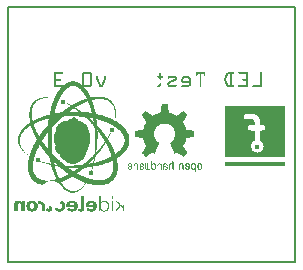
<source format=gbo>
G04 MADE WITH FRITZING*
G04 WWW.FRITZING.ORG*
G04 DOUBLE SIDED*
G04 HOLES PLATED*
G04 CONTOUR ON CENTER OF CONTOUR VECTOR*
%ASAXBY*%
%FSLAX23Y23*%
%MOIN*%
%OFA0B0*%
%SFA1.0B1.0*%
%ADD10C,0.015113*%
%ADD11C,0.009802*%
%ADD12C,0.005890*%
%ADD13C,0.005325*%
%ADD14C,0.015798*%
%ADD15R,0.964417X0.859287X0.948417X0.843287*%
%ADD16C,0.008000*%
%ADD17R,0.200013X0.017971*%
%ADD18R,0.001000X0.001000*%
%LNSILK0*%
G90*
G70*
G54D10*
X834Y390D03*
G54D11*
X202Y393D03*
G54D12*
X200Y395D03*
G54D11*
X246Y391D03*
G54D13*
X244Y393D03*
G54D14*
X279Y301D03*
X102Y344D03*
X185Y540D03*
X349Y444D03*
G54D16*
X4Y855D02*
X960Y855D01*
X960Y4D01*
X4Y4D01*
X4Y855D01*
D02*
G54D17*
X827Y333D03*
G54D18*
X159Y638D02*
X186Y638D01*
X254Y638D02*
X278Y638D01*
X629Y638D02*
X660Y638D01*
X737Y638D02*
X754Y638D01*
X772Y638D02*
X802Y638D01*
X845Y638D02*
X848Y638D01*
X158Y637D02*
X187Y637D01*
X252Y637D02*
X279Y637D01*
X629Y637D02*
X660Y637D01*
X735Y637D02*
X754Y637D01*
X771Y637D02*
X802Y637D01*
X844Y637D02*
X849Y637D01*
X157Y636D02*
X187Y636D01*
X251Y636D02*
X280Y636D01*
X629Y636D02*
X660Y636D01*
X734Y636D02*
X755Y636D01*
X771Y636D02*
X802Y636D01*
X844Y636D02*
X849Y636D01*
X156Y635D02*
X187Y635D01*
X251Y635D02*
X281Y635D01*
X507Y635D02*
X511Y635D01*
X629Y635D02*
X660Y635D01*
X733Y635D02*
X755Y635D01*
X771Y635D02*
X802Y635D01*
X844Y635D02*
X850Y635D01*
X156Y634D02*
X187Y634D01*
X250Y634D02*
X281Y634D01*
X506Y634D02*
X511Y634D01*
X629Y634D02*
X660Y634D01*
X732Y634D02*
X755Y634D01*
X771Y634D02*
X802Y634D01*
X844Y634D02*
X850Y634D01*
X155Y633D02*
X186Y633D01*
X250Y633D02*
X282Y633D01*
X506Y633D02*
X512Y633D01*
X629Y633D02*
X660Y633D01*
X731Y633D02*
X754Y633D01*
X772Y633D02*
X802Y633D01*
X844Y633D02*
X850Y633D01*
X155Y632D02*
X161Y632D01*
X250Y632D02*
X256Y632D01*
X276Y632D02*
X282Y632D01*
X506Y632D02*
X512Y632D01*
X629Y632D02*
X634Y632D01*
X641Y632D02*
X648Y632D01*
X654Y632D02*
X660Y632D01*
X731Y632D02*
X739Y632D01*
X742Y632D02*
X749Y632D01*
X796Y632D02*
X802Y632D01*
X844Y632D02*
X850Y632D01*
X155Y631D02*
X161Y631D01*
X250Y631D02*
X256Y631D01*
X276Y631D02*
X282Y631D01*
X506Y631D02*
X512Y631D01*
X629Y631D02*
X634Y631D01*
X642Y631D02*
X647Y631D01*
X655Y631D02*
X660Y631D01*
X730Y631D02*
X737Y631D01*
X743Y631D02*
X748Y631D01*
X797Y631D02*
X802Y631D01*
X844Y631D02*
X850Y631D01*
X155Y630D02*
X161Y630D01*
X250Y630D02*
X256Y630D01*
X276Y630D02*
X282Y630D01*
X506Y630D02*
X512Y630D01*
X629Y630D02*
X634Y630D01*
X642Y630D02*
X647Y630D01*
X655Y630D02*
X660Y630D01*
X730Y630D02*
X736Y630D01*
X743Y630D02*
X748Y630D01*
X797Y630D02*
X802Y630D01*
X844Y630D02*
X850Y630D01*
X155Y629D02*
X161Y629D01*
X250Y629D02*
X256Y629D01*
X276Y629D02*
X282Y629D01*
X506Y629D02*
X512Y629D01*
X629Y629D02*
X634Y629D01*
X642Y629D02*
X647Y629D01*
X655Y629D02*
X660Y629D01*
X729Y629D02*
X736Y629D01*
X743Y629D02*
X748Y629D01*
X797Y629D02*
X802Y629D01*
X844Y629D02*
X850Y629D01*
X155Y628D02*
X161Y628D01*
X250Y628D02*
X256Y628D01*
X276Y628D02*
X282Y628D01*
X506Y628D02*
X512Y628D01*
X629Y628D02*
X634Y628D01*
X642Y628D02*
X647Y628D01*
X655Y628D02*
X660Y628D01*
X729Y628D02*
X735Y628D01*
X743Y628D02*
X748Y628D01*
X797Y628D02*
X802Y628D01*
X844Y628D02*
X850Y628D01*
X155Y627D02*
X161Y627D01*
X250Y627D02*
X256Y627D01*
X276Y627D02*
X282Y627D01*
X506Y627D02*
X512Y627D01*
X630Y627D02*
X632Y627D01*
X642Y627D02*
X647Y627D01*
X656Y627D02*
X659Y627D01*
X728Y627D02*
X735Y627D01*
X743Y627D02*
X748Y627D01*
X797Y627D02*
X802Y627D01*
X844Y627D02*
X850Y627D01*
X155Y626D02*
X161Y626D01*
X250Y626D02*
X256Y626D01*
X276Y626D02*
X282Y626D01*
X506Y626D02*
X512Y626D01*
X642Y626D02*
X647Y626D01*
X728Y626D02*
X734Y626D01*
X743Y626D02*
X748Y626D01*
X797Y626D02*
X802Y626D01*
X844Y626D02*
X850Y626D01*
X155Y625D02*
X161Y625D01*
X250Y625D02*
X256Y625D01*
X276Y625D02*
X282Y625D01*
X506Y625D02*
X512Y625D01*
X642Y625D02*
X647Y625D01*
X727Y625D02*
X734Y625D01*
X743Y625D02*
X748Y625D01*
X797Y625D02*
X802Y625D01*
X844Y625D02*
X850Y625D01*
X155Y624D02*
X161Y624D01*
X250Y624D02*
X256Y624D01*
X276Y624D02*
X282Y624D01*
X298Y624D02*
X302Y624D01*
X325Y624D02*
X328Y624D01*
X499Y624D02*
X517Y624D01*
X539Y624D02*
X560Y624D01*
X590Y624D02*
X605Y624D01*
X642Y624D02*
X647Y624D01*
X727Y624D02*
X733Y624D01*
X743Y624D02*
X748Y624D01*
X797Y624D02*
X802Y624D01*
X844Y624D02*
X850Y624D01*
X155Y623D02*
X161Y623D01*
X250Y623D02*
X256Y623D01*
X276Y623D02*
X282Y623D01*
X298Y623D02*
X302Y623D01*
X324Y623D02*
X329Y623D01*
X500Y623D02*
X518Y623D01*
X538Y623D02*
X562Y623D01*
X588Y623D02*
X606Y623D01*
X642Y623D02*
X647Y623D01*
X726Y623D02*
X733Y623D01*
X743Y623D02*
X748Y623D01*
X797Y623D02*
X802Y623D01*
X844Y623D02*
X850Y623D01*
X155Y622D02*
X161Y622D01*
X250Y622D02*
X256Y622D01*
X276Y622D02*
X282Y622D01*
X297Y622D02*
X303Y622D01*
X323Y622D02*
X329Y622D01*
X501Y622D02*
X518Y622D01*
X536Y622D02*
X563Y622D01*
X587Y622D02*
X608Y622D01*
X642Y622D02*
X647Y622D01*
X726Y622D02*
X732Y622D01*
X743Y622D02*
X748Y622D01*
X797Y622D02*
X802Y622D01*
X844Y622D02*
X850Y622D01*
X155Y621D02*
X161Y621D01*
X250Y621D02*
X256Y621D01*
X276Y621D02*
X282Y621D01*
X297Y621D02*
X303Y621D01*
X323Y621D02*
X329Y621D01*
X502Y621D02*
X518Y621D01*
X536Y621D02*
X563Y621D01*
X585Y621D02*
X609Y621D01*
X642Y621D02*
X647Y621D01*
X725Y621D02*
X732Y621D01*
X743Y621D02*
X748Y621D01*
X797Y621D02*
X802Y621D01*
X844Y621D02*
X850Y621D01*
X155Y620D02*
X161Y620D01*
X250Y620D02*
X256Y620D01*
X276Y620D02*
X282Y620D01*
X297Y620D02*
X303Y620D01*
X323Y620D02*
X329Y620D01*
X503Y620D02*
X518Y620D01*
X535Y620D02*
X564Y620D01*
X584Y620D02*
X610Y620D01*
X642Y620D02*
X647Y620D01*
X725Y620D02*
X731Y620D01*
X743Y620D02*
X748Y620D01*
X797Y620D02*
X802Y620D01*
X844Y620D02*
X850Y620D01*
X155Y619D02*
X161Y619D01*
X250Y619D02*
X256Y619D01*
X276Y619D02*
X282Y619D01*
X297Y619D02*
X303Y619D01*
X323Y619D02*
X329Y619D01*
X504Y619D02*
X517Y619D01*
X535Y619D02*
X564Y619D01*
X583Y619D02*
X611Y619D01*
X642Y619D02*
X647Y619D01*
X724Y619D02*
X731Y619D01*
X743Y619D02*
X748Y619D01*
X797Y619D02*
X802Y619D01*
X844Y619D02*
X850Y619D01*
X155Y618D02*
X161Y618D01*
X250Y618D02*
X256Y618D01*
X276Y618D02*
X282Y618D01*
X297Y618D02*
X303Y618D01*
X323Y618D02*
X329Y618D01*
X506Y618D02*
X512Y618D01*
X535Y618D02*
X542Y618D01*
X558Y618D02*
X565Y618D01*
X583Y618D02*
X592Y618D01*
X602Y618D02*
X611Y618D01*
X642Y618D02*
X647Y618D01*
X724Y618D02*
X730Y618D01*
X743Y618D02*
X748Y618D01*
X797Y618D02*
X802Y618D01*
X844Y618D02*
X850Y618D01*
X156Y617D02*
X162Y617D01*
X250Y617D02*
X256Y617D01*
X276Y617D02*
X282Y617D01*
X297Y617D02*
X303Y617D01*
X323Y617D02*
X329Y617D01*
X506Y617D02*
X512Y617D01*
X535Y617D02*
X540Y617D01*
X559Y617D02*
X565Y617D01*
X582Y617D02*
X590Y617D01*
X604Y617D02*
X612Y617D01*
X642Y617D02*
X647Y617D01*
X724Y617D02*
X730Y617D01*
X743Y617D02*
X748Y617D01*
X797Y617D02*
X802Y617D01*
X844Y617D02*
X850Y617D01*
X156Y616D02*
X179Y616D01*
X250Y616D02*
X256Y616D01*
X276Y616D02*
X282Y616D01*
X297Y616D02*
X303Y616D01*
X323Y616D02*
X329Y616D01*
X507Y616D02*
X512Y616D01*
X536Y616D02*
X539Y616D01*
X559Y616D02*
X565Y616D01*
X582Y616D02*
X588Y616D01*
X605Y616D02*
X612Y616D01*
X642Y616D02*
X647Y616D01*
X724Y616D02*
X729Y616D01*
X743Y616D02*
X748Y616D01*
X785Y616D02*
X802Y616D01*
X844Y616D02*
X850Y616D01*
X156Y615D02*
X180Y615D01*
X250Y615D02*
X256Y615D01*
X276Y615D02*
X282Y615D01*
X297Y615D02*
X304Y615D01*
X323Y615D02*
X329Y615D01*
X508Y615D02*
X512Y615D01*
X559Y615D02*
X565Y615D01*
X581Y615D02*
X588Y615D01*
X606Y615D02*
X613Y615D01*
X642Y615D02*
X647Y615D01*
X723Y615D02*
X729Y615D01*
X743Y615D02*
X748Y615D01*
X784Y615D02*
X802Y615D01*
X844Y615D02*
X850Y615D01*
X157Y614D02*
X180Y614D01*
X250Y614D02*
X256Y614D01*
X276Y614D02*
X282Y614D01*
X298Y614D02*
X304Y614D01*
X322Y614D02*
X328Y614D01*
X509Y614D02*
X512Y614D01*
X557Y614D02*
X564Y614D01*
X581Y614D02*
X587Y614D01*
X607Y614D02*
X613Y614D01*
X642Y614D02*
X647Y614D01*
X723Y614D02*
X729Y614D01*
X743Y614D02*
X748Y614D01*
X784Y614D02*
X802Y614D01*
X844Y614D02*
X850Y614D01*
X158Y613D02*
X180Y613D01*
X250Y613D02*
X256Y613D01*
X276Y613D02*
X282Y613D01*
X298Y613D02*
X304Y613D01*
X322Y613D02*
X328Y613D01*
X510Y613D02*
X512Y613D01*
X554Y613D02*
X564Y613D01*
X581Y613D02*
X587Y613D01*
X607Y613D02*
X613Y613D01*
X642Y613D02*
X647Y613D01*
X723Y613D02*
X729Y613D01*
X743Y613D02*
X748Y613D01*
X784Y613D02*
X802Y613D01*
X844Y613D02*
X850Y613D01*
X157Y612D02*
X180Y612D01*
X250Y612D02*
X256Y612D01*
X276Y612D02*
X282Y612D01*
X299Y612D02*
X305Y612D01*
X321Y612D02*
X328Y612D01*
X511Y612D02*
X512Y612D01*
X552Y612D02*
X563Y612D01*
X581Y612D02*
X587Y612D01*
X607Y612D02*
X613Y612D01*
X642Y612D02*
X647Y612D01*
X723Y612D02*
X729Y612D01*
X743Y612D02*
X748Y612D01*
X784Y612D02*
X802Y612D01*
X844Y612D02*
X850Y612D01*
X156Y611D02*
X180Y611D01*
X250Y611D02*
X256Y611D01*
X276Y611D02*
X282Y611D01*
X299Y611D02*
X305Y611D01*
X321Y611D02*
X327Y611D01*
X512Y611D02*
X512Y611D01*
X550Y611D02*
X563Y611D01*
X581Y611D02*
X587Y611D01*
X607Y611D02*
X613Y611D01*
X642Y611D02*
X647Y611D01*
X723Y611D02*
X729Y611D01*
X743Y611D02*
X748Y611D01*
X784Y611D02*
X802Y611D01*
X844Y611D02*
X850Y611D01*
X156Y610D02*
X178Y610D01*
X250Y610D02*
X256Y610D01*
X276Y610D02*
X282Y610D01*
X300Y610D02*
X306Y610D01*
X320Y610D02*
X327Y610D01*
X547Y610D02*
X562Y610D01*
X581Y610D02*
X587Y610D01*
X607Y610D02*
X613Y610D01*
X642Y610D02*
X647Y610D01*
X724Y610D02*
X729Y610D01*
X743Y610D02*
X748Y610D01*
X786Y610D02*
X802Y610D01*
X844Y610D02*
X850Y610D01*
X156Y609D02*
X162Y609D01*
X250Y609D02*
X256Y609D01*
X276Y609D02*
X282Y609D01*
X300Y609D02*
X306Y609D01*
X320Y609D02*
X326Y609D01*
X545Y609D02*
X560Y609D01*
X581Y609D02*
X587Y609D01*
X607Y609D02*
X613Y609D01*
X642Y609D02*
X647Y609D01*
X724Y609D02*
X730Y609D01*
X743Y609D02*
X748Y609D01*
X797Y609D02*
X802Y609D01*
X844Y609D02*
X850Y609D01*
X155Y608D02*
X161Y608D01*
X216Y608D02*
X221Y608D01*
X250Y608D02*
X256Y608D01*
X276Y608D02*
X282Y608D01*
X300Y608D02*
X307Y608D01*
X320Y608D02*
X326Y608D01*
X543Y608D02*
X558Y608D01*
X581Y608D02*
X613Y608D01*
X642Y608D02*
X647Y608D01*
X724Y608D02*
X730Y608D01*
X743Y608D02*
X748Y608D01*
X797Y608D02*
X802Y608D01*
X844Y608D02*
X850Y608D01*
X155Y607D02*
X161Y607D01*
X213Y607D02*
X224Y607D01*
X250Y607D02*
X256Y607D01*
X276Y607D02*
X282Y607D01*
X301Y607D02*
X307Y607D01*
X319Y607D02*
X325Y607D01*
X540Y607D02*
X556Y607D01*
X581Y607D02*
X613Y607D01*
X642Y607D02*
X647Y607D01*
X725Y607D02*
X731Y607D01*
X743Y607D02*
X748Y607D01*
X797Y607D02*
X802Y607D01*
X844Y607D02*
X850Y607D01*
X155Y606D02*
X161Y606D01*
X212Y606D02*
X226Y606D01*
X250Y606D02*
X256Y606D01*
X276Y606D02*
X282Y606D01*
X301Y606D02*
X307Y606D01*
X319Y606D02*
X325Y606D01*
X539Y606D02*
X554Y606D01*
X581Y606D02*
X613Y606D01*
X642Y606D02*
X647Y606D01*
X725Y606D02*
X731Y606D01*
X743Y606D02*
X748Y606D01*
X797Y606D02*
X802Y606D01*
X844Y606D02*
X850Y606D01*
X155Y605D02*
X161Y605D01*
X208Y605D02*
X230Y605D01*
X250Y605D02*
X256Y605D01*
X276Y605D02*
X282Y605D01*
X302Y605D02*
X308Y605D01*
X318Y605D02*
X325Y605D01*
X537Y605D02*
X551Y605D01*
X581Y605D02*
X613Y605D01*
X642Y605D02*
X647Y605D01*
X725Y605D02*
X732Y605D01*
X743Y605D02*
X748Y605D01*
X797Y605D02*
X802Y605D01*
X844Y605D02*
X850Y605D01*
X155Y604D02*
X161Y604D01*
X205Y604D02*
X233Y604D01*
X250Y604D02*
X256Y604D01*
X276Y604D02*
X282Y604D01*
X302Y604D02*
X308Y604D01*
X318Y604D02*
X324Y604D01*
X536Y604D02*
X549Y604D01*
X581Y604D02*
X613Y604D01*
X642Y604D02*
X647Y604D01*
X726Y604D02*
X732Y604D01*
X743Y604D02*
X748Y604D01*
X797Y604D02*
X802Y604D01*
X844Y604D02*
X850Y604D01*
X155Y603D02*
X161Y603D01*
X202Y603D02*
X236Y603D01*
X250Y603D02*
X256Y603D01*
X276Y603D02*
X282Y603D01*
X303Y603D02*
X309Y603D01*
X317Y603D02*
X324Y603D01*
X536Y603D02*
X547Y603D01*
X582Y603D02*
X613Y603D01*
X642Y603D02*
X647Y603D01*
X726Y603D02*
X733Y603D01*
X743Y603D02*
X748Y603D01*
X797Y603D02*
X802Y603D01*
X844Y603D02*
X850Y603D01*
X155Y602D02*
X161Y602D01*
X200Y602D02*
X238Y602D01*
X250Y602D02*
X256Y602D01*
X276Y602D02*
X282Y602D01*
X303Y602D02*
X309Y602D01*
X317Y602D02*
X323Y602D01*
X512Y602D02*
X512Y602D01*
X535Y602D02*
X544Y602D01*
X583Y602D02*
X613Y602D01*
X642Y602D02*
X647Y602D01*
X727Y602D02*
X733Y602D01*
X743Y602D02*
X748Y602D01*
X797Y602D02*
X802Y602D01*
X844Y602D02*
X850Y602D01*
X155Y601D02*
X161Y601D01*
X198Y601D02*
X240Y601D01*
X250Y601D02*
X256Y601D01*
X276Y601D02*
X282Y601D01*
X303Y601D02*
X310Y601D01*
X317Y601D02*
X323Y601D01*
X511Y601D02*
X512Y601D01*
X535Y601D02*
X542Y601D01*
X607Y601D02*
X613Y601D01*
X642Y601D02*
X647Y601D01*
X727Y601D02*
X734Y601D01*
X743Y601D02*
X748Y601D01*
X797Y601D02*
X802Y601D01*
X844Y601D02*
X850Y601D01*
X155Y600D02*
X161Y600D01*
X196Y600D02*
X242Y600D01*
X250Y600D02*
X256Y600D01*
X276Y600D02*
X282Y600D01*
X304Y600D02*
X310Y600D01*
X316Y600D02*
X322Y600D01*
X510Y600D02*
X512Y600D01*
X534Y600D02*
X541Y600D01*
X607Y600D02*
X613Y600D01*
X642Y600D02*
X647Y600D01*
X728Y600D02*
X734Y600D01*
X743Y600D02*
X748Y600D01*
X797Y600D02*
X802Y600D01*
X844Y600D02*
X850Y600D01*
X155Y599D02*
X161Y599D01*
X195Y599D02*
X243Y599D01*
X250Y599D02*
X256Y599D01*
X276Y599D02*
X282Y599D01*
X304Y599D02*
X311Y599D01*
X316Y599D02*
X322Y599D01*
X509Y599D02*
X512Y599D01*
X534Y599D02*
X540Y599D01*
X607Y599D02*
X613Y599D01*
X642Y599D02*
X647Y599D01*
X728Y599D02*
X735Y599D01*
X743Y599D02*
X748Y599D01*
X797Y599D02*
X802Y599D01*
X844Y599D02*
X850Y599D01*
X155Y598D02*
X161Y598D01*
X193Y598D02*
X245Y598D01*
X250Y598D02*
X256Y598D01*
X276Y598D02*
X282Y598D01*
X305Y598D02*
X311Y598D01*
X315Y598D02*
X321Y598D01*
X508Y598D02*
X512Y598D01*
X534Y598D02*
X540Y598D01*
X607Y598D02*
X613Y598D01*
X642Y598D02*
X647Y598D01*
X729Y598D02*
X735Y598D01*
X743Y598D02*
X748Y598D01*
X797Y598D02*
X802Y598D01*
X844Y598D02*
X850Y598D01*
X155Y597D02*
X161Y597D01*
X192Y597D02*
X246Y597D01*
X250Y597D02*
X256Y597D01*
X276Y597D02*
X282Y597D01*
X305Y597D02*
X311Y597D01*
X315Y597D02*
X321Y597D01*
X507Y597D02*
X512Y597D01*
X534Y597D02*
X540Y597D01*
X606Y597D02*
X613Y597D01*
X642Y597D02*
X647Y597D01*
X729Y597D02*
X736Y597D01*
X743Y597D02*
X748Y597D01*
X797Y597D02*
X802Y597D01*
X844Y597D02*
X850Y597D01*
X155Y596D02*
X161Y596D01*
X190Y596D02*
X247Y596D01*
X250Y596D02*
X256Y596D01*
X276Y596D02*
X282Y596D01*
X306Y596D02*
X312Y596D01*
X314Y596D02*
X321Y596D01*
X506Y596D02*
X512Y596D01*
X534Y596D02*
X540Y596D01*
X561Y596D02*
X564Y596D01*
X605Y596D02*
X612Y596D01*
X642Y596D02*
X647Y596D01*
X730Y596D02*
X737Y596D01*
X743Y596D02*
X748Y596D01*
X797Y596D02*
X802Y596D01*
X844Y596D02*
X850Y596D01*
X155Y595D02*
X161Y595D01*
X189Y595D02*
X256Y595D01*
X276Y595D02*
X282Y595D01*
X306Y595D02*
X312Y595D01*
X314Y595D02*
X320Y595D01*
X505Y595D02*
X511Y595D01*
X534Y595D02*
X541Y595D01*
X559Y595D02*
X565Y595D01*
X604Y595D02*
X612Y595D01*
X642Y595D02*
X647Y595D01*
X730Y595D02*
X737Y595D01*
X743Y595D02*
X748Y595D01*
X797Y595D02*
X802Y595D01*
X844Y595D02*
X850Y595D01*
X155Y594D02*
X184Y594D01*
X188Y594D02*
X282Y594D01*
X307Y594D02*
X320Y594D01*
X504Y594D02*
X511Y594D01*
X535Y594D02*
X566Y594D01*
X584Y594D02*
X611Y594D01*
X642Y594D02*
X647Y594D01*
X731Y594D02*
X752Y594D01*
X773Y594D02*
X802Y594D01*
X821Y594D02*
X850Y594D01*
X155Y593D02*
X282Y593D01*
X307Y593D02*
X319Y593D01*
X503Y593D02*
X511Y593D01*
X535Y593D02*
X565Y593D01*
X582Y593D02*
X611Y593D01*
X642Y593D02*
X647Y593D01*
X731Y593D02*
X754Y593D01*
X771Y593D02*
X802Y593D01*
X819Y593D02*
X850Y593D01*
X156Y592D02*
X281Y592D01*
X307Y592D02*
X319Y592D01*
X502Y592D02*
X510Y592D01*
X536Y592D02*
X565Y592D01*
X581Y592D02*
X610Y592D01*
X642Y592D02*
X647Y592D01*
X732Y592D02*
X755Y592D01*
X771Y592D02*
X802Y592D01*
X818Y592D02*
X850Y592D01*
X156Y591D02*
X214Y591D01*
X225Y591D02*
X281Y591D01*
X308Y591D02*
X318Y591D01*
X501Y591D02*
X509Y591D01*
X536Y591D02*
X564Y591D01*
X581Y591D02*
X609Y591D01*
X642Y591D02*
X647Y591D01*
X733Y591D02*
X755Y591D01*
X771Y591D02*
X802Y591D01*
X818Y591D02*
X850Y591D01*
X157Y590D02*
X210Y590D01*
X229Y590D02*
X280Y590D01*
X308Y590D02*
X318Y590D01*
X500Y590D02*
X508Y590D01*
X537Y590D02*
X563Y590D01*
X581Y590D02*
X607Y590D01*
X642Y590D02*
X647Y590D01*
X734Y590D02*
X755Y590D01*
X771Y590D02*
X802Y590D01*
X818Y590D02*
X850Y590D01*
X158Y589D02*
X208Y589D01*
X231Y589D02*
X279Y589D01*
X309Y589D02*
X317Y589D01*
X499Y589D02*
X507Y589D01*
X539Y589D02*
X561Y589D01*
X582Y589D02*
X606Y589D01*
X642Y589D02*
X647Y589D01*
X735Y589D02*
X754Y589D01*
X771Y589D02*
X802Y589D01*
X818Y589D02*
X850Y589D01*
X159Y588D02*
X205Y588D01*
X234Y588D02*
X277Y588D01*
X310Y588D02*
X316Y588D01*
X498Y588D02*
X505Y588D01*
X541Y588D02*
X559Y588D01*
X583Y588D02*
X604Y588D01*
X643Y588D02*
X646Y588D01*
X737Y588D02*
X753Y588D01*
X772Y588D02*
X802Y588D01*
X819Y588D02*
X850Y588D01*
X181Y587D02*
X204Y587D01*
X235Y587D02*
X257Y587D01*
X180Y586D02*
X202Y586D01*
X237Y586D02*
X258Y586D01*
X179Y585D02*
X201Y585D01*
X239Y585D02*
X259Y585D01*
X178Y584D02*
X199Y584D01*
X240Y584D02*
X260Y584D01*
X177Y583D02*
X198Y583D01*
X241Y583D02*
X260Y583D01*
X176Y582D02*
X197Y582D01*
X242Y582D02*
X261Y582D01*
X176Y581D02*
X196Y581D01*
X244Y581D02*
X262Y581D01*
X175Y580D02*
X195Y580D01*
X245Y580D02*
X263Y580D01*
X174Y579D02*
X194Y579D01*
X246Y579D02*
X263Y579D01*
X173Y578D02*
X193Y578D01*
X247Y578D02*
X264Y578D01*
X173Y577D02*
X192Y577D01*
X248Y577D02*
X265Y577D01*
X172Y576D02*
X191Y576D01*
X248Y576D02*
X266Y576D01*
X171Y575D02*
X190Y575D01*
X249Y575D02*
X266Y575D01*
X171Y574D02*
X189Y574D01*
X250Y574D02*
X267Y574D01*
X170Y573D02*
X188Y573D01*
X251Y573D02*
X268Y573D01*
X169Y572D02*
X187Y572D01*
X252Y572D02*
X268Y572D01*
X169Y571D02*
X187Y571D01*
X253Y571D02*
X269Y571D01*
X168Y570D02*
X186Y570D01*
X253Y570D02*
X269Y570D01*
X167Y569D02*
X185Y569D01*
X254Y569D02*
X270Y569D01*
X167Y568D02*
X185Y568D01*
X255Y568D02*
X271Y568D01*
X166Y567D02*
X184Y567D01*
X256Y567D02*
X271Y567D01*
X166Y566D02*
X183Y566D01*
X256Y566D02*
X272Y566D01*
X165Y565D02*
X182Y565D01*
X257Y565D02*
X272Y565D01*
X165Y564D02*
X182Y564D01*
X258Y564D02*
X273Y564D01*
X164Y563D02*
X181Y563D01*
X258Y563D02*
X273Y563D01*
X163Y562D02*
X181Y562D01*
X259Y562D02*
X274Y562D01*
X163Y561D02*
X180Y561D01*
X259Y561D02*
X274Y561D01*
X162Y560D02*
X179Y560D01*
X260Y560D02*
X275Y560D01*
X162Y559D02*
X179Y559D01*
X261Y559D02*
X275Y559D01*
X161Y558D02*
X178Y558D01*
X261Y558D02*
X276Y558D01*
X161Y557D02*
X178Y557D01*
X262Y557D02*
X276Y557D01*
X160Y556D02*
X177Y556D01*
X262Y556D02*
X277Y556D01*
X295Y556D02*
X311Y556D01*
X160Y555D02*
X177Y555D01*
X263Y555D02*
X277Y555D01*
X287Y555D02*
X319Y555D01*
X159Y554D02*
X176Y554D01*
X263Y554D02*
X278Y554D01*
X282Y554D02*
X323Y554D01*
X121Y553D02*
X137Y553D01*
X159Y553D02*
X176Y553D01*
X264Y553D02*
X327Y553D01*
X114Y552D02*
X144Y552D01*
X159Y552D02*
X175Y552D01*
X265Y552D02*
X330Y552D01*
X110Y551D02*
X127Y551D01*
X145Y551D02*
X149Y551D01*
X158Y551D02*
X175Y551D01*
X265Y551D02*
X332Y551D01*
X107Y550D02*
X120Y550D01*
X158Y550D02*
X174Y550D01*
X266Y550D02*
X334Y550D01*
X105Y549D02*
X115Y549D01*
X157Y549D02*
X174Y549D01*
X263Y549D02*
X336Y549D01*
X103Y548D02*
X112Y548D01*
X157Y548D02*
X173Y548D01*
X260Y548D02*
X300Y548D01*
X317Y548D02*
X338Y548D01*
X101Y547D02*
X109Y547D01*
X156Y547D02*
X173Y547D01*
X257Y547D02*
X293Y547D01*
X324Y547D02*
X339Y547D01*
X99Y546D02*
X107Y546D01*
X156Y546D02*
X172Y546D01*
X254Y546D02*
X288Y546D01*
X328Y546D02*
X341Y546D01*
X97Y545D02*
X105Y545D01*
X156Y545D02*
X172Y545D01*
X252Y545D02*
X283Y545D01*
X330Y545D02*
X342Y545D01*
X96Y544D02*
X103Y544D01*
X155Y544D02*
X171Y544D01*
X249Y544D02*
X282Y544D01*
X333Y544D02*
X343Y544D01*
X94Y543D02*
X101Y543D01*
X155Y543D02*
X171Y543D01*
X247Y543D02*
X282Y543D01*
X335Y543D02*
X345Y543D01*
X93Y542D02*
X100Y542D01*
X154Y542D02*
X170Y542D01*
X244Y542D02*
X283Y542D01*
X337Y542D02*
X346Y542D01*
X92Y541D02*
X99Y541D01*
X154Y541D02*
X170Y541D01*
X242Y541D02*
X283Y541D01*
X339Y541D02*
X347Y541D01*
X91Y540D02*
X97Y540D01*
X154Y540D02*
X170Y540D01*
X240Y540D02*
X267Y540D01*
X270Y540D02*
X283Y540D01*
X340Y540D02*
X348Y540D01*
X90Y539D02*
X96Y539D01*
X153Y539D02*
X169Y539D01*
X187Y539D02*
X188Y539D01*
X238Y539D02*
X265Y539D01*
X271Y539D02*
X284Y539D01*
X342Y539D02*
X349Y539D01*
X89Y538D02*
X95Y538D01*
X153Y538D02*
X169Y538D01*
X189Y538D02*
X190Y538D01*
X236Y538D02*
X262Y538D01*
X271Y538D02*
X284Y538D01*
X343Y538D02*
X350Y538D01*
X88Y537D02*
X94Y537D01*
X153Y537D02*
X168Y537D01*
X191Y537D02*
X193Y537D01*
X234Y537D02*
X260Y537D01*
X271Y537D02*
X284Y537D01*
X344Y537D02*
X350Y537D01*
X87Y536D02*
X93Y536D01*
X152Y536D02*
X168Y536D01*
X193Y536D02*
X195Y536D01*
X232Y536D02*
X257Y536D01*
X272Y536D02*
X285Y536D01*
X345Y536D02*
X351Y536D01*
X86Y535D02*
X92Y535D01*
X152Y535D02*
X168Y535D01*
X195Y535D02*
X197Y535D01*
X230Y535D02*
X255Y535D01*
X272Y535D02*
X285Y535D01*
X346Y535D02*
X352Y535D01*
X85Y534D02*
X91Y534D01*
X152Y534D02*
X167Y534D01*
X197Y534D02*
X200Y534D01*
X228Y534D02*
X253Y534D01*
X273Y534D02*
X285Y534D01*
X347Y534D02*
X353Y534D01*
X84Y533D02*
X91Y533D01*
X151Y533D02*
X167Y533D01*
X199Y533D02*
X202Y533D01*
X226Y533D02*
X251Y533D01*
X273Y533D02*
X286Y533D01*
X348Y533D02*
X353Y533D01*
X84Y532D02*
X90Y532D01*
X151Y532D02*
X167Y532D01*
X201Y532D02*
X204Y532D01*
X224Y532D02*
X249Y532D01*
X273Y532D02*
X286Y532D01*
X349Y532D02*
X354Y532D01*
X83Y531D02*
X89Y531D01*
X151Y531D02*
X166Y531D01*
X202Y531D02*
X206Y531D01*
X222Y531D02*
X247Y531D01*
X274Y531D02*
X286Y531D01*
X350Y531D02*
X354Y531D01*
X83Y530D02*
X88Y530D01*
X150Y530D02*
X166Y530D01*
X204Y530D02*
X208Y530D01*
X220Y530D02*
X245Y530D01*
X274Y530D02*
X287Y530D01*
X351Y530D02*
X355Y530D01*
X516Y530D02*
X534Y530D01*
X82Y529D02*
X88Y529D01*
X150Y529D02*
X165Y529D01*
X206Y529D02*
X210Y529D01*
X219Y529D02*
X243Y529D01*
X275Y529D02*
X287Y529D01*
X351Y529D02*
X356Y529D01*
X516Y529D02*
X534Y529D01*
X81Y528D02*
X87Y528D01*
X150Y528D02*
X165Y528D01*
X207Y528D02*
X212Y528D01*
X217Y528D02*
X241Y528D01*
X275Y528D02*
X287Y528D01*
X352Y528D02*
X356Y528D01*
X515Y528D02*
X534Y528D01*
X81Y527D02*
X87Y527D01*
X149Y527D02*
X165Y527D01*
X209Y527D02*
X239Y527D01*
X275Y527D02*
X288Y527D01*
X353Y527D02*
X356Y527D01*
X515Y527D02*
X534Y527D01*
X80Y526D02*
X86Y526D01*
X149Y526D02*
X164Y526D01*
X211Y526D02*
X237Y526D01*
X276Y526D02*
X288Y526D01*
X353Y526D02*
X357Y526D01*
X515Y526D02*
X535Y526D01*
X80Y525D02*
X86Y525D01*
X149Y525D02*
X164Y525D01*
X212Y525D02*
X235Y525D01*
X276Y525D02*
X288Y525D01*
X354Y525D02*
X357Y525D01*
X515Y525D02*
X535Y525D01*
X79Y524D02*
X85Y524D01*
X148Y524D02*
X164Y524D01*
X210Y524D02*
X234Y524D01*
X276Y524D02*
X288Y524D01*
X354Y524D02*
X358Y524D01*
X515Y524D02*
X535Y524D01*
X727Y524D02*
X926Y524D01*
X79Y523D02*
X85Y523D01*
X148Y523D02*
X163Y523D01*
X209Y523D02*
X232Y523D01*
X277Y523D02*
X289Y523D01*
X355Y523D02*
X358Y523D01*
X514Y523D02*
X535Y523D01*
X727Y523D02*
X926Y523D01*
X79Y522D02*
X85Y522D01*
X148Y522D02*
X163Y522D01*
X207Y522D02*
X230Y522D01*
X277Y522D02*
X289Y522D01*
X355Y522D02*
X358Y522D01*
X514Y522D02*
X535Y522D01*
X727Y522D02*
X926Y522D01*
X78Y521D02*
X84Y521D01*
X147Y521D02*
X163Y521D01*
X206Y521D02*
X229Y521D01*
X277Y521D02*
X289Y521D01*
X356Y521D02*
X359Y521D01*
X514Y521D02*
X536Y521D01*
X727Y521D02*
X926Y521D01*
X78Y520D02*
X84Y520D01*
X147Y520D02*
X162Y520D01*
X204Y520D02*
X227Y520D01*
X278Y520D02*
X290Y520D01*
X356Y520D02*
X359Y520D01*
X514Y520D02*
X536Y520D01*
X727Y520D02*
X926Y520D01*
X77Y519D02*
X83Y519D01*
X147Y519D02*
X162Y519D01*
X202Y519D02*
X228Y519D01*
X278Y519D02*
X290Y519D01*
X357Y519D02*
X359Y519D01*
X514Y519D02*
X536Y519D01*
X727Y519D02*
X926Y519D01*
X77Y518D02*
X83Y518D01*
X147Y518D02*
X162Y518D01*
X201Y518D02*
X229Y518D01*
X278Y518D02*
X290Y518D01*
X357Y518D02*
X360Y518D01*
X514Y518D02*
X536Y518D01*
X727Y518D02*
X926Y518D01*
X77Y517D02*
X83Y517D01*
X146Y517D02*
X162Y517D01*
X199Y517D02*
X222Y517D01*
X224Y517D02*
X231Y517D01*
X279Y517D02*
X290Y517D01*
X357Y517D02*
X360Y517D01*
X513Y517D02*
X536Y517D01*
X727Y517D02*
X926Y517D01*
X77Y516D02*
X83Y516D01*
X146Y516D02*
X161Y516D01*
X198Y516D02*
X221Y516D01*
X226Y516D02*
X233Y516D01*
X279Y516D02*
X291Y516D01*
X358Y516D02*
X360Y516D01*
X513Y516D02*
X536Y516D01*
X727Y516D02*
X926Y516D01*
X76Y515D02*
X82Y515D01*
X146Y515D02*
X161Y515D01*
X197Y515D02*
X219Y515D01*
X227Y515D02*
X234Y515D01*
X279Y515D02*
X291Y515D01*
X358Y515D02*
X360Y515D01*
X513Y515D02*
X537Y515D01*
X727Y515D02*
X926Y515D01*
X76Y514D02*
X82Y514D01*
X146Y514D02*
X161Y514D01*
X195Y514D02*
X218Y514D01*
X229Y514D02*
X236Y514D01*
X279Y514D02*
X291Y514D01*
X358Y514D02*
X361Y514D01*
X513Y514D02*
X537Y514D01*
X727Y514D02*
X926Y514D01*
X76Y513D02*
X82Y513D01*
X145Y513D02*
X160Y513D01*
X194Y513D02*
X216Y513D01*
X230Y513D02*
X237Y513D01*
X280Y513D02*
X291Y513D01*
X358Y513D02*
X361Y513D01*
X513Y513D02*
X537Y513D01*
X727Y513D02*
X926Y513D01*
X76Y512D02*
X82Y512D01*
X145Y512D02*
X160Y512D01*
X192Y512D02*
X215Y512D01*
X231Y512D02*
X239Y512D01*
X280Y512D02*
X292Y512D01*
X359Y512D02*
X361Y512D01*
X512Y512D02*
X537Y512D01*
X727Y512D02*
X926Y512D01*
X75Y511D02*
X82Y511D01*
X145Y511D02*
X160Y511D01*
X191Y511D02*
X213Y511D01*
X233Y511D02*
X240Y511D01*
X280Y511D02*
X292Y511D01*
X359Y511D02*
X361Y511D01*
X512Y511D02*
X537Y511D01*
X727Y511D02*
X926Y511D01*
X75Y510D02*
X82Y510D01*
X145Y510D02*
X160Y510D01*
X190Y510D02*
X212Y510D01*
X234Y510D02*
X242Y510D01*
X281Y510D02*
X292Y510D01*
X359Y510D02*
X361Y510D01*
X512Y510D02*
X538Y510D01*
X727Y510D02*
X926Y510D01*
X75Y509D02*
X81Y509D01*
X144Y509D02*
X159Y509D01*
X188Y509D02*
X210Y509D01*
X235Y509D02*
X243Y509D01*
X281Y509D02*
X292Y509D01*
X359Y509D02*
X361Y509D01*
X512Y509D02*
X538Y509D01*
X727Y509D02*
X926Y509D01*
X75Y508D02*
X81Y508D01*
X144Y508D02*
X159Y508D01*
X187Y508D02*
X209Y508D01*
X237Y508D02*
X245Y508D01*
X281Y508D02*
X293Y508D01*
X359Y508D02*
X361Y508D01*
X512Y508D02*
X538Y508D01*
X727Y508D02*
X926Y508D01*
X75Y507D02*
X81Y507D01*
X144Y507D02*
X159Y507D01*
X186Y507D02*
X208Y507D01*
X238Y507D02*
X246Y507D01*
X281Y507D02*
X293Y507D01*
X360Y507D02*
X361Y507D01*
X461Y507D02*
X463Y507D01*
X512Y507D02*
X538Y507D01*
X587Y507D02*
X588Y507D01*
X727Y507D02*
X926Y507D01*
X75Y506D02*
X81Y506D01*
X144Y506D02*
X159Y506D01*
X184Y506D02*
X206Y506D01*
X213Y506D02*
X235Y506D01*
X239Y506D02*
X247Y506D01*
X282Y506D02*
X293Y506D01*
X360Y506D02*
X361Y506D01*
X460Y506D02*
X465Y506D01*
X511Y506D02*
X538Y506D01*
X585Y506D02*
X589Y506D01*
X727Y506D02*
X926Y506D01*
X74Y505D02*
X81Y505D01*
X143Y505D02*
X158Y505D01*
X183Y505D02*
X253Y505D01*
X282Y505D02*
X293Y505D01*
X360Y505D02*
X362Y505D01*
X459Y505D02*
X466Y505D01*
X511Y505D02*
X539Y505D01*
X584Y505D02*
X590Y505D01*
X727Y505D02*
X926Y505D01*
X74Y504D02*
X81Y504D01*
X143Y504D02*
X158Y504D01*
X182Y504D02*
X263Y504D01*
X282Y504D02*
X293Y504D01*
X360Y504D02*
X362Y504D01*
X458Y504D02*
X467Y504D01*
X511Y504D02*
X539Y504D01*
X582Y504D02*
X591Y504D01*
X727Y504D02*
X926Y504D01*
X74Y503D02*
X81Y503D01*
X143Y503D02*
X158Y503D01*
X176Y503D02*
X271Y503D01*
X282Y503D02*
X294Y503D01*
X360Y503D02*
X362Y503D01*
X457Y503D02*
X469Y503D01*
X511Y503D02*
X539Y503D01*
X581Y503D02*
X592Y503D01*
X727Y503D02*
X926Y503D01*
X74Y502D02*
X81Y502D01*
X143Y502D02*
X158Y502D01*
X170Y502D02*
X278Y502D01*
X283Y502D02*
X294Y502D01*
X360Y502D02*
X362Y502D01*
X456Y502D02*
X470Y502D01*
X509Y502D02*
X541Y502D01*
X579Y502D02*
X593Y502D01*
X727Y502D02*
X926Y502D01*
X74Y501D02*
X81Y501D01*
X143Y501D02*
X157Y501D01*
X163Y501D02*
X294Y501D01*
X360Y501D02*
X362Y501D01*
X455Y501D02*
X472Y501D01*
X505Y501D02*
X545Y501D01*
X578Y501D02*
X594Y501D01*
X727Y501D02*
X926Y501D01*
X74Y500D02*
X81Y500D01*
X142Y500D02*
X294Y500D01*
X360Y500D02*
X362Y500D01*
X454Y500D02*
X473Y500D01*
X502Y500D02*
X548Y500D01*
X576Y500D02*
X595Y500D01*
X727Y500D02*
X926Y500D01*
X74Y499D02*
X81Y499D01*
X142Y499D02*
X294Y499D01*
X360Y499D02*
X362Y499D01*
X453Y499D02*
X475Y499D01*
X499Y499D02*
X551Y499D01*
X575Y499D02*
X596Y499D01*
X727Y499D02*
X926Y499D01*
X74Y498D02*
X81Y498D01*
X142Y498D02*
X299Y498D01*
X361Y498D02*
X362Y498D01*
X452Y498D02*
X476Y498D01*
X497Y498D02*
X553Y498D01*
X573Y498D02*
X597Y498D01*
X727Y498D02*
X794Y498D01*
X823Y498D02*
X926Y498D01*
X74Y497D02*
X81Y497D01*
X142Y497D02*
X303Y497D01*
X361Y497D02*
X362Y497D01*
X451Y497D02*
X478Y497D01*
X494Y497D02*
X555Y497D01*
X572Y497D02*
X598Y497D01*
X727Y497D02*
X791Y497D01*
X827Y497D02*
X926Y497D01*
X74Y496D02*
X81Y496D01*
X140Y496D02*
X307Y496D01*
X361Y496D02*
X361Y496D01*
X450Y496D02*
X479Y496D01*
X492Y496D02*
X557Y496D01*
X571Y496D02*
X599Y496D01*
X727Y496D02*
X790Y496D01*
X829Y496D02*
X926Y496D01*
X74Y495D02*
X81Y495D01*
X136Y495D02*
X311Y495D01*
X361Y495D02*
X361Y495D01*
X449Y495D02*
X481Y495D01*
X490Y495D02*
X559Y495D01*
X569Y495D02*
X600Y495D01*
X727Y495D02*
X789Y495D01*
X830Y495D02*
X926Y495D01*
X74Y494D02*
X81Y494D01*
X133Y494D02*
X314Y494D01*
X361Y494D02*
X361Y494D01*
X449Y494D02*
X482Y494D01*
X489Y494D02*
X561Y494D01*
X568Y494D02*
X600Y494D01*
X727Y494D02*
X789Y494D01*
X832Y494D02*
X926Y494D01*
X74Y493D02*
X81Y493D01*
X129Y493D02*
X318Y493D01*
X361Y493D02*
X361Y493D01*
X450Y493D02*
X483Y493D01*
X487Y493D02*
X563Y493D01*
X566Y493D02*
X599Y493D01*
X727Y493D02*
X788Y493D01*
X833Y493D02*
X926Y493D01*
X74Y492D02*
X81Y492D01*
X126Y492D02*
X321Y492D01*
X361Y492D02*
X361Y492D01*
X451Y492D02*
X599Y492D01*
X727Y492D02*
X788Y492D01*
X834Y492D02*
X926Y492D01*
X74Y491D02*
X81Y491D01*
X123Y491D02*
X324Y491D01*
X361Y491D02*
X361Y491D01*
X452Y491D02*
X598Y491D01*
X727Y491D02*
X788Y491D01*
X835Y491D02*
X926Y491D01*
X74Y490D02*
X81Y490D01*
X120Y490D02*
X189Y490D01*
X240Y490D02*
X327Y490D01*
X360Y490D02*
X361Y490D01*
X452Y490D02*
X597Y490D01*
X727Y490D02*
X788Y490D01*
X836Y490D02*
X926Y490D01*
X74Y489D02*
X82Y489D01*
X117Y489D02*
X185Y489D01*
X251Y489D02*
X330Y489D01*
X360Y489D02*
X361Y489D01*
X453Y489D02*
X597Y489D01*
X727Y489D02*
X788Y489D01*
X837Y489D02*
X926Y489D01*
X74Y488D02*
X82Y488D01*
X114Y488D02*
X184Y488D01*
X221Y488D02*
X226Y488D01*
X260Y488D02*
X332Y488D01*
X360Y488D02*
X361Y488D01*
X454Y488D02*
X596Y488D01*
X727Y488D02*
X788Y488D01*
X838Y488D02*
X926Y488D01*
X74Y487D02*
X82Y487D01*
X112Y487D02*
X183Y487D01*
X220Y487D02*
X227Y487D01*
X261Y487D02*
X335Y487D01*
X360Y487D02*
X361Y487D01*
X454Y487D02*
X595Y487D01*
X727Y487D02*
X788Y487D01*
X839Y487D02*
X926Y487D01*
X74Y486D02*
X82Y486D01*
X109Y486D02*
X154Y486D01*
X160Y486D02*
X182Y486D01*
X219Y486D02*
X227Y486D01*
X262Y486D02*
X337Y486D01*
X360Y486D02*
X360Y486D01*
X455Y486D02*
X595Y486D01*
X727Y486D02*
X788Y486D01*
X839Y486D02*
X926Y486D01*
X74Y485D02*
X82Y485D01*
X107Y485D02*
X154Y485D01*
X159Y485D02*
X180Y485D01*
X218Y485D02*
X228Y485D01*
X264Y485D02*
X274Y485D01*
X280Y485D02*
X340Y485D01*
X360Y485D02*
X360Y485D01*
X456Y485D02*
X594Y485D01*
X727Y485D02*
X789Y485D01*
X840Y485D02*
X926Y485D01*
X74Y484D02*
X82Y484D01*
X104Y484D02*
X154Y484D01*
X158Y484D02*
X179Y484D01*
X217Y484D02*
X229Y484D01*
X265Y484D02*
X275Y484D01*
X285Y484D02*
X342Y484D01*
X360Y484D02*
X360Y484D01*
X456Y484D02*
X593Y484D01*
X727Y484D02*
X789Y484D01*
X840Y484D02*
X926Y484D01*
X75Y483D02*
X83Y483D01*
X102Y483D02*
X154Y483D01*
X157Y483D02*
X178Y483D01*
X216Y483D02*
X229Y483D01*
X266Y483D02*
X276Y483D01*
X287Y483D02*
X345Y483D01*
X360Y483D02*
X360Y483D01*
X457Y483D02*
X593Y483D01*
X727Y483D02*
X790Y483D01*
X841Y483D02*
X926Y483D01*
X75Y482D02*
X83Y482D01*
X100Y482D02*
X135Y482D01*
X139Y482D02*
X154Y482D01*
X156Y482D02*
X177Y482D01*
X215Y482D02*
X232Y482D01*
X267Y482D02*
X277Y482D01*
X287Y482D02*
X347Y482D01*
X360Y482D02*
X360Y482D01*
X458Y482D02*
X592Y482D01*
X727Y482D02*
X791Y482D01*
X841Y482D02*
X926Y482D01*
X75Y481D02*
X83Y481D01*
X97Y481D02*
X131Y481D01*
X139Y481D02*
X153Y481D01*
X155Y481D02*
X176Y481D01*
X208Y481D02*
X209Y481D01*
X213Y481D02*
X233Y481D01*
X268Y481D02*
X278Y481D01*
X287Y481D02*
X349Y481D01*
X458Y481D02*
X591Y481D01*
X727Y481D02*
X794Y481D01*
X841Y481D02*
X926Y481D01*
X75Y480D02*
X83Y480D01*
X95Y480D02*
X127Y480D01*
X139Y480D02*
X175Y480D01*
X207Y480D02*
X234Y480D01*
X269Y480D02*
X279Y480D01*
X287Y480D02*
X297Y480D01*
X302Y480D02*
X351Y480D01*
X459Y480D02*
X591Y480D01*
X727Y480D02*
X818Y480D01*
X842Y480D02*
X926Y480D01*
X75Y479D02*
X83Y479D01*
X93Y479D02*
X123Y479D01*
X139Y479D02*
X174Y479D01*
X206Y479D02*
X235Y479D01*
X270Y479D02*
X280Y479D01*
X288Y479D02*
X298Y479D01*
X306Y479D02*
X353Y479D01*
X460Y479D02*
X590Y479D01*
X727Y479D02*
X820Y479D01*
X842Y479D02*
X926Y479D01*
X75Y478D02*
X84Y478D01*
X91Y478D02*
X120Y478D01*
X139Y478D02*
X173Y478D01*
X205Y478D02*
X236Y478D01*
X271Y478D02*
X281Y478D01*
X288Y478D02*
X298Y478D01*
X309Y478D02*
X355Y478D01*
X460Y478D02*
X589Y478D01*
X727Y478D02*
X821Y478D01*
X842Y478D02*
X926Y478D01*
X75Y477D02*
X84Y477D01*
X89Y477D02*
X117Y477D01*
X138Y477D02*
X172Y477D01*
X204Y477D02*
X237Y477D01*
X272Y477D02*
X283Y477D01*
X288Y477D02*
X298Y477D01*
X312Y477D02*
X357Y477D01*
X461Y477D02*
X588Y477D01*
X727Y477D02*
X822Y477D01*
X842Y477D02*
X926Y477D01*
X76Y476D02*
X84Y476D01*
X88Y476D02*
X114Y476D01*
X138Y476D02*
X171Y476D01*
X198Y476D02*
X200Y476D01*
X202Y476D02*
X238Y476D01*
X273Y476D02*
X284Y476D01*
X288Y476D02*
X298Y476D01*
X316Y476D02*
X358Y476D01*
X462Y476D02*
X588Y476D01*
X727Y476D02*
X822Y476D01*
X842Y476D02*
X926Y476D01*
X76Y475D02*
X84Y475D01*
X86Y475D02*
X111Y475D01*
X138Y475D02*
X170Y475D01*
X196Y475D02*
X240Y475D01*
X274Y475D02*
X285Y475D01*
X288Y475D02*
X298Y475D01*
X319Y475D02*
X360Y475D01*
X463Y475D02*
X587Y475D01*
X727Y475D02*
X823Y475D01*
X843Y475D02*
X926Y475D01*
X76Y474D02*
X108Y474D01*
X138Y474D02*
X169Y474D01*
X194Y474D02*
X244Y474D01*
X275Y474D02*
X286Y474D01*
X288Y474D02*
X298Y474D01*
X322Y474D02*
X362Y474D01*
X463Y474D02*
X586Y474D01*
X727Y474D02*
X823Y474D01*
X843Y474D02*
X926Y474D01*
X76Y473D02*
X105Y473D01*
X138Y473D02*
X168Y473D01*
X188Y473D02*
X245Y473D01*
X276Y473D02*
X287Y473D01*
X289Y473D02*
X298Y473D01*
X324Y473D02*
X364Y473D01*
X464Y473D02*
X586Y473D01*
X727Y473D02*
X823Y473D01*
X843Y473D02*
X926Y473D01*
X76Y472D02*
X103Y472D01*
X138Y472D02*
X167Y472D01*
X184Y472D02*
X247Y472D01*
X277Y472D02*
X298Y472D01*
X327Y472D02*
X365Y472D01*
X465Y472D02*
X585Y472D01*
X727Y472D02*
X823Y472D01*
X843Y472D02*
X926Y472D01*
X77Y471D02*
X100Y471D01*
X138Y471D02*
X166Y471D01*
X181Y471D02*
X248Y471D01*
X278Y471D02*
X298Y471D01*
X330Y471D02*
X367Y471D01*
X464Y471D02*
X585Y471D01*
X727Y471D02*
X824Y471D01*
X843Y471D02*
X926Y471D01*
X77Y470D02*
X98Y470D01*
X137Y470D02*
X165Y470D01*
X179Y470D02*
X251Y470D01*
X279Y470D02*
X299Y470D01*
X332Y470D02*
X368Y470D01*
X464Y470D02*
X586Y470D01*
X727Y470D02*
X824Y470D01*
X843Y470D02*
X926Y470D01*
X76Y469D02*
X96Y469D01*
X137Y469D02*
X164Y469D01*
X177Y469D02*
X253Y469D01*
X280Y469D02*
X299Y469D01*
X334Y469D02*
X370Y469D01*
X463Y469D02*
X587Y469D01*
X727Y469D02*
X824Y469D01*
X843Y469D02*
X926Y469D01*
X74Y468D02*
X93Y468D01*
X137Y468D02*
X163Y468D01*
X176Y468D02*
X255Y468D01*
X280Y468D02*
X299Y468D01*
X337Y468D02*
X371Y468D01*
X462Y468D02*
X587Y468D01*
X727Y468D02*
X824Y468D01*
X843Y468D02*
X926Y468D01*
X73Y467D02*
X91Y467D01*
X137Y467D02*
X162Y467D01*
X175Y467D02*
X257Y467D01*
X281Y467D02*
X299Y467D01*
X339Y467D02*
X373Y467D01*
X462Y467D02*
X588Y467D01*
X727Y467D02*
X824Y467D01*
X843Y467D02*
X926Y467D01*
X71Y466D02*
X89Y466D01*
X137Y466D02*
X161Y466D01*
X174Y466D02*
X259Y466D01*
X282Y466D02*
X299Y466D01*
X341Y466D02*
X374Y466D01*
X461Y466D02*
X517Y466D01*
X532Y466D02*
X588Y466D01*
X727Y466D02*
X824Y466D01*
X843Y466D02*
X926Y466D01*
X70Y465D02*
X87Y465D01*
X137Y465D02*
X160Y465D01*
X173Y465D02*
X260Y465D01*
X283Y465D02*
X299Y465D01*
X343Y465D02*
X375Y465D01*
X461Y465D02*
X514Y465D01*
X536Y465D02*
X589Y465D01*
X727Y465D02*
X824Y465D01*
X843Y465D02*
X926Y465D01*
X69Y464D02*
X88Y464D01*
X137Y464D02*
X159Y464D01*
X172Y464D02*
X261Y464D01*
X284Y464D02*
X299Y464D01*
X345Y464D02*
X377Y464D01*
X460Y464D02*
X511Y464D01*
X539Y464D02*
X589Y464D01*
X727Y464D02*
X824Y464D01*
X843Y464D02*
X926Y464D01*
X67Y463D02*
X88Y463D01*
X137Y463D02*
X158Y463D01*
X171Y463D02*
X262Y463D01*
X285Y463D02*
X299Y463D01*
X347Y463D02*
X378Y463D01*
X460Y463D02*
X509Y463D01*
X541Y463D02*
X590Y463D01*
X727Y463D02*
X824Y463D01*
X843Y463D02*
X926Y463D01*
X66Y462D02*
X88Y462D01*
X137Y462D02*
X157Y462D01*
X170Y462D02*
X263Y462D01*
X286Y462D02*
X299Y462D01*
X349Y462D02*
X379Y462D01*
X459Y462D02*
X507Y462D01*
X543Y462D02*
X590Y462D01*
X727Y462D02*
X824Y462D01*
X843Y462D02*
X926Y462D01*
X65Y461D02*
X89Y461D01*
X136Y461D02*
X156Y461D01*
X170Y461D02*
X263Y461D01*
X287Y461D02*
X299Y461D01*
X351Y461D02*
X380Y461D01*
X459Y461D02*
X505Y461D01*
X544Y461D02*
X591Y461D01*
X727Y461D02*
X809Y461D01*
X853Y461D02*
X926Y461D01*
X63Y460D02*
X89Y460D01*
X135Y460D02*
X155Y460D01*
X169Y460D02*
X264Y460D01*
X288Y460D02*
X300Y460D01*
X353Y460D02*
X382Y460D01*
X458Y460D02*
X504Y460D01*
X546Y460D02*
X591Y460D01*
X727Y460D02*
X806Y460D01*
X856Y460D02*
X926Y460D01*
X62Y459D02*
X76Y459D01*
X80Y459D02*
X89Y459D01*
X134Y459D02*
X154Y459D01*
X168Y459D02*
X264Y459D01*
X289Y459D02*
X300Y459D01*
X354Y459D02*
X383Y459D01*
X458Y459D02*
X502Y459D01*
X547Y459D02*
X592Y459D01*
X727Y459D02*
X804Y459D01*
X858Y459D02*
X926Y459D01*
X61Y458D02*
X75Y458D01*
X80Y458D02*
X90Y458D01*
X133Y458D02*
X153Y458D01*
X167Y458D02*
X265Y458D01*
X289Y458D02*
X301Y458D01*
X356Y458D02*
X384Y458D01*
X457Y458D02*
X501Y458D01*
X548Y458D02*
X592Y458D01*
X727Y458D02*
X803Y458D01*
X859Y458D02*
X926Y458D01*
X60Y457D02*
X73Y457D01*
X80Y457D02*
X90Y457D01*
X132Y457D02*
X152Y457D01*
X166Y457D02*
X266Y457D01*
X290Y457D02*
X302Y457D01*
X358Y457D02*
X385Y457D01*
X457Y457D02*
X500Y457D01*
X549Y457D02*
X593Y457D01*
X727Y457D02*
X802Y457D01*
X860Y457D02*
X926Y457D01*
X59Y456D02*
X72Y456D01*
X80Y456D02*
X90Y456D01*
X131Y456D02*
X152Y456D01*
X166Y456D02*
X267Y456D01*
X291Y456D02*
X303Y456D01*
X359Y456D02*
X386Y456D01*
X457Y456D02*
X499Y456D01*
X550Y456D02*
X593Y456D01*
X727Y456D02*
X802Y456D01*
X860Y456D02*
X926Y456D01*
X58Y455D02*
X70Y455D01*
X81Y455D02*
X91Y455D01*
X130Y455D02*
X151Y455D01*
X165Y455D02*
X268Y455D01*
X291Y455D02*
X304Y455D01*
X361Y455D02*
X387Y455D01*
X456Y455D02*
X498Y455D01*
X551Y455D02*
X593Y455D01*
X727Y455D02*
X801Y455D01*
X861Y455D02*
X926Y455D01*
X57Y454D02*
X69Y454D01*
X81Y454D02*
X91Y454D01*
X129Y454D02*
X150Y454D01*
X165Y454D02*
X268Y454D01*
X291Y454D02*
X305Y454D01*
X362Y454D02*
X388Y454D01*
X456Y454D02*
X497Y454D01*
X552Y454D02*
X594Y454D01*
X727Y454D02*
X801Y454D01*
X861Y454D02*
X926Y454D01*
X56Y453D02*
X68Y453D01*
X81Y453D02*
X92Y453D01*
X129Y453D02*
X150Y453D01*
X164Y453D02*
X269Y453D01*
X291Y453D02*
X306Y453D01*
X364Y453D02*
X389Y453D01*
X456Y453D02*
X497Y453D01*
X553Y453D02*
X594Y453D01*
X727Y453D02*
X801Y453D01*
X861Y453D02*
X926Y453D01*
X55Y452D02*
X66Y452D01*
X82Y452D02*
X92Y452D01*
X128Y452D02*
X150Y452D01*
X164Y452D02*
X269Y452D01*
X291Y452D02*
X307Y452D01*
X365Y452D02*
X390Y452D01*
X455Y452D02*
X496Y452D01*
X554Y452D02*
X594Y452D01*
X727Y452D02*
X801Y452D01*
X861Y452D02*
X926Y452D01*
X54Y451D02*
X65Y451D01*
X82Y451D02*
X92Y451D01*
X127Y451D02*
X150Y451D01*
X164Y451D02*
X269Y451D01*
X291Y451D02*
X308Y451D01*
X366Y451D02*
X391Y451D01*
X455Y451D02*
X495Y451D01*
X555Y451D02*
X595Y451D01*
X727Y451D02*
X801Y451D01*
X861Y451D02*
X926Y451D01*
X53Y450D02*
X64Y450D01*
X82Y450D02*
X93Y450D01*
X126Y450D02*
X149Y450D01*
X164Y450D02*
X269Y450D01*
X292Y450D02*
X309Y450D01*
X368Y450D02*
X392Y450D01*
X455Y450D02*
X495Y450D01*
X555Y450D02*
X595Y450D01*
X727Y450D02*
X801Y450D01*
X861Y450D02*
X926Y450D01*
X52Y449D02*
X63Y449D01*
X83Y449D02*
X93Y449D01*
X125Y449D02*
X149Y449D01*
X164Y449D02*
X269Y449D01*
X292Y449D02*
X309Y449D01*
X369Y449D02*
X392Y449D01*
X455Y449D02*
X494Y449D01*
X556Y449D02*
X595Y449D01*
X727Y449D02*
X802Y449D01*
X860Y449D02*
X926Y449D01*
X51Y448D02*
X61Y448D01*
X83Y448D02*
X94Y448D01*
X124Y448D02*
X149Y448D01*
X163Y448D02*
X269Y448D01*
X292Y448D02*
X310Y448D01*
X370Y448D02*
X393Y448D01*
X454Y448D02*
X493Y448D01*
X556Y448D02*
X595Y448D01*
X727Y448D02*
X802Y448D01*
X860Y448D02*
X926Y448D01*
X51Y447D02*
X60Y447D01*
X83Y447D02*
X94Y447D01*
X124Y447D02*
X149Y447D01*
X163Y447D02*
X269Y447D01*
X292Y447D02*
X311Y447D01*
X371Y447D02*
X394Y447D01*
X454Y447D02*
X493Y447D01*
X557Y447D02*
X596Y447D01*
X727Y447D02*
X802Y447D01*
X860Y447D02*
X926Y447D01*
X50Y446D02*
X59Y446D01*
X84Y446D02*
X95Y446D01*
X123Y446D02*
X149Y446D01*
X163Y446D02*
X270Y446D01*
X292Y446D02*
X312Y446D01*
X373Y446D02*
X395Y446D01*
X452Y446D02*
X492Y446D01*
X557Y446D02*
X598Y446D01*
X727Y446D02*
X803Y446D01*
X859Y446D02*
X926Y446D01*
X49Y445D02*
X58Y445D01*
X84Y445D02*
X95Y445D01*
X122Y445D02*
X149Y445D01*
X163Y445D02*
X270Y445D01*
X292Y445D02*
X313Y445D01*
X374Y445D02*
X395Y445D01*
X447Y445D02*
X492Y445D01*
X558Y445D02*
X603Y445D01*
X727Y445D02*
X804Y445D01*
X858Y445D02*
X926Y445D01*
X48Y444D02*
X57Y444D01*
X85Y444D02*
X96Y444D01*
X121Y444D02*
X149Y444D01*
X164Y444D02*
X270Y444D01*
X292Y444D02*
X314Y444D01*
X375Y444D02*
X396Y444D01*
X441Y444D02*
X492Y444D01*
X558Y444D02*
X608Y444D01*
X727Y444D02*
X806Y444D01*
X856Y444D02*
X926Y444D01*
X48Y443D02*
X56Y443D01*
X85Y443D02*
X96Y443D01*
X120Y443D02*
X149Y443D01*
X163Y443D02*
X271Y443D01*
X292Y443D02*
X300Y443D01*
X302Y443D02*
X314Y443D01*
X348Y443D02*
X348Y443D01*
X376Y443D02*
X397Y443D01*
X436Y443D02*
X491Y443D01*
X558Y443D02*
X614Y443D01*
X727Y443D02*
X811Y443D01*
X851Y443D02*
X926Y443D01*
X47Y442D02*
X55Y442D01*
X85Y442D02*
X96Y442D01*
X120Y442D02*
X149Y442D01*
X163Y442D02*
X271Y442D01*
X292Y442D02*
X300Y442D01*
X303Y442D02*
X315Y442D01*
X377Y442D02*
X398Y442D01*
X431Y442D02*
X491Y442D01*
X559Y442D02*
X619Y442D01*
X727Y442D02*
X824Y442D01*
X843Y442D02*
X926Y442D01*
X46Y441D02*
X54Y441D01*
X86Y441D02*
X97Y441D01*
X119Y441D02*
X149Y441D01*
X163Y441D02*
X271Y441D01*
X292Y441D02*
X300Y441D01*
X303Y441D02*
X316Y441D01*
X347Y441D02*
X347Y441D01*
X378Y441D02*
X398Y441D01*
X427Y441D02*
X491Y441D01*
X559Y441D02*
X623Y441D01*
X727Y441D02*
X824Y441D01*
X843Y441D02*
X926Y441D01*
X46Y440D02*
X54Y440D01*
X86Y440D02*
X97Y440D01*
X118Y440D02*
X149Y440D01*
X162Y440D02*
X272Y440D01*
X292Y440D02*
X301Y440D01*
X304Y440D02*
X317Y440D01*
X347Y440D02*
X347Y440D01*
X379Y440D02*
X399Y440D01*
X427Y440D02*
X490Y440D01*
X559Y440D02*
X623Y440D01*
X727Y440D02*
X824Y440D01*
X843Y440D02*
X926Y440D01*
X45Y439D02*
X53Y439D01*
X87Y439D02*
X98Y439D01*
X117Y439D02*
X149Y439D01*
X162Y439D02*
X272Y439D01*
X292Y439D02*
X301Y439D01*
X305Y439D02*
X318Y439D01*
X346Y439D02*
X346Y439D01*
X379Y439D02*
X399Y439D01*
X427Y439D02*
X490Y439D01*
X560Y439D02*
X623Y439D01*
X727Y439D02*
X824Y439D01*
X843Y439D02*
X926Y439D01*
X44Y438D02*
X52Y438D01*
X87Y438D02*
X98Y438D01*
X117Y438D02*
X149Y438D01*
X161Y438D02*
X273Y438D01*
X293Y438D02*
X301Y438D01*
X306Y438D02*
X318Y438D01*
X346Y438D02*
X346Y438D01*
X380Y438D02*
X400Y438D01*
X427Y438D02*
X490Y438D01*
X560Y438D02*
X623Y438D01*
X727Y438D02*
X824Y438D01*
X843Y438D02*
X926Y438D01*
X44Y437D02*
X51Y437D01*
X87Y437D02*
X99Y437D01*
X116Y437D02*
X149Y437D01*
X161Y437D02*
X273Y437D01*
X293Y437D02*
X301Y437D01*
X306Y437D02*
X319Y437D01*
X345Y437D02*
X345Y437D01*
X381Y437D02*
X400Y437D01*
X427Y437D02*
X490Y437D01*
X560Y437D02*
X623Y437D01*
X727Y437D02*
X824Y437D01*
X843Y437D02*
X926Y437D01*
X43Y436D02*
X50Y436D01*
X88Y436D02*
X99Y436D01*
X115Y436D02*
X148Y436D01*
X160Y436D02*
X273Y436D01*
X293Y436D02*
X301Y436D01*
X307Y436D02*
X320Y436D01*
X345Y436D02*
X345Y436D01*
X382Y436D02*
X401Y436D01*
X427Y436D02*
X490Y436D01*
X560Y436D02*
X623Y436D01*
X727Y436D02*
X824Y436D01*
X843Y436D02*
X926Y436D01*
X43Y435D02*
X50Y435D01*
X88Y435D02*
X100Y435D01*
X114Y435D02*
X148Y435D01*
X160Y435D02*
X273Y435D01*
X293Y435D02*
X301Y435D01*
X308Y435D02*
X321Y435D01*
X344Y435D02*
X345Y435D01*
X383Y435D02*
X401Y435D01*
X427Y435D02*
X489Y435D01*
X560Y435D02*
X623Y435D01*
X727Y435D02*
X824Y435D01*
X843Y435D02*
X926Y435D01*
X42Y434D02*
X49Y434D01*
X89Y434D02*
X101Y434D01*
X114Y434D02*
X133Y434D01*
X135Y434D02*
X148Y434D01*
X159Y434D02*
X274Y434D01*
X293Y434D02*
X301Y434D01*
X309Y434D02*
X322Y434D01*
X344Y434D02*
X344Y434D01*
X383Y434D02*
X402Y434D01*
X427Y434D02*
X489Y434D01*
X560Y434D02*
X623Y434D01*
X727Y434D02*
X824Y434D01*
X843Y434D02*
X926Y434D01*
X42Y433D02*
X48Y433D01*
X89Y433D02*
X101Y433D01*
X113Y433D02*
X132Y433D01*
X135Y433D02*
X148Y433D01*
X159Y433D02*
X274Y433D01*
X293Y433D02*
X301Y433D01*
X309Y433D02*
X322Y433D01*
X343Y433D02*
X344Y433D01*
X384Y433D02*
X402Y433D01*
X427Y433D02*
X489Y433D01*
X560Y433D02*
X623Y433D01*
X727Y433D02*
X824Y433D01*
X843Y433D02*
X926Y433D01*
X41Y432D02*
X48Y432D01*
X90Y432D02*
X102Y432D01*
X112Y432D02*
X132Y432D01*
X135Y432D02*
X148Y432D01*
X159Y432D02*
X274Y432D01*
X293Y432D02*
X301Y432D01*
X310Y432D02*
X323Y432D01*
X343Y432D02*
X343Y432D01*
X385Y432D02*
X403Y432D01*
X427Y432D02*
X489Y432D01*
X560Y432D02*
X623Y432D01*
X727Y432D02*
X824Y432D01*
X843Y432D02*
X926Y432D01*
X41Y431D02*
X47Y431D01*
X90Y431D02*
X102Y431D01*
X111Y431D02*
X131Y431D01*
X135Y431D02*
X148Y431D01*
X158Y431D02*
X274Y431D01*
X293Y431D02*
X301Y431D01*
X311Y431D02*
X324Y431D01*
X342Y431D02*
X343Y431D01*
X385Y431D02*
X403Y431D01*
X427Y431D02*
X489Y431D01*
X560Y431D02*
X623Y431D01*
X727Y431D02*
X824Y431D01*
X843Y431D02*
X926Y431D01*
X40Y430D02*
X47Y430D01*
X91Y430D02*
X103Y430D01*
X111Y430D02*
X130Y430D01*
X135Y430D02*
X148Y430D01*
X158Y430D02*
X275Y430D01*
X293Y430D02*
X301Y430D01*
X311Y430D02*
X325Y430D01*
X341Y430D02*
X342Y430D01*
X386Y430D02*
X404Y430D01*
X427Y430D02*
X489Y430D01*
X560Y430D02*
X623Y430D01*
X727Y430D02*
X824Y430D01*
X843Y430D02*
X926Y430D01*
X40Y429D02*
X46Y429D01*
X91Y429D02*
X103Y429D01*
X110Y429D02*
X129Y429D01*
X135Y429D02*
X148Y429D01*
X158Y429D02*
X275Y429D01*
X293Y429D02*
X301Y429D01*
X312Y429D02*
X325Y429D01*
X341Y429D02*
X342Y429D01*
X387Y429D02*
X404Y429D01*
X427Y429D02*
X489Y429D01*
X560Y429D02*
X623Y429D01*
X727Y429D02*
X824Y429D01*
X843Y429D02*
X926Y429D01*
X40Y428D02*
X46Y428D01*
X91Y428D02*
X104Y428D01*
X109Y428D02*
X129Y428D01*
X135Y428D02*
X148Y428D01*
X158Y428D02*
X275Y428D01*
X293Y428D02*
X301Y428D01*
X313Y428D02*
X326Y428D01*
X340Y428D02*
X341Y428D01*
X387Y428D02*
X404Y428D01*
X427Y428D02*
X490Y428D01*
X560Y428D02*
X623Y428D01*
X727Y428D02*
X824Y428D01*
X843Y428D02*
X926Y428D01*
X39Y427D02*
X45Y427D01*
X92Y427D02*
X104Y427D01*
X109Y427D02*
X128Y427D01*
X135Y427D02*
X148Y427D01*
X158Y427D02*
X275Y427D01*
X293Y427D02*
X301Y427D01*
X313Y427D02*
X327Y427D01*
X340Y427D02*
X341Y427D01*
X388Y427D02*
X405Y427D01*
X427Y427D02*
X490Y427D01*
X560Y427D02*
X623Y427D01*
X727Y427D02*
X824Y427D01*
X843Y427D02*
X926Y427D01*
X39Y426D02*
X45Y426D01*
X92Y426D02*
X105Y426D01*
X108Y426D02*
X127Y426D01*
X135Y426D02*
X148Y426D01*
X157Y426D02*
X275Y426D01*
X293Y426D02*
X301Y426D01*
X314Y426D02*
X328Y426D01*
X339Y426D02*
X340Y426D01*
X388Y426D02*
X405Y426D01*
X427Y426D02*
X490Y426D01*
X560Y426D02*
X623Y426D01*
X727Y426D02*
X824Y426D01*
X843Y426D02*
X926Y426D01*
X39Y425D02*
X44Y425D01*
X93Y425D02*
X127Y425D01*
X135Y425D02*
X148Y425D01*
X157Y425D02*
X275Y425D01*
X293Y425D02*
X301Y425D01*
X315Y425D02*
X328Y425D01*
X338Y425D02*
X340Y425D01*
X389Y425D02*
X405Y425D01*
X427Y425D02*
X490Y425D01*
X560Y425D02*
X623Y425D01*
X727Y425D02*
X824Y425D01*
X843Y425D02*
X926Y425D01*
X38Y424D02*
X44Y424D01*
X93Y424D02*
X126Y424D01*
X135Y424D02*
X148Y424D01*
X157Y424D02*
X276Y424D01*
X293Y424D02*
X301Y424D01*
X316Y424D02*
X329Y424D01*
X338Y424D02*
X339Y424D01*
X389Y424D02*
X406Y424D01*
X427Y424D02*
X490Y424D01*
X559Y424D02*
X623Y424D01*
X727Y424D02*
X824Y424D01*
X843Y424D02*
X926Y424D01*
X38Y423D02*
X44Y423D01*
X94Y423D02*
X125Y423D01*
X135Y423D02*
X148Y423D01*
X157Y423D02*
X276Y423D01*
X293Y423D02*
X301Y423D01*
X316Y423D02*
X330Y423D01*
X337Y423D02*
X339Y423D01*
X389Y423D02*
X406Y423D01*
X427Y423D02*
X490Y423D01*
X559Y423D02*
X623Y423D01*
X727Y423D02*
X824Y423D01*
X843Y423D02*
X926Y423D01*
X38Y422D02*
X43Y422D01*
X94Y422D02*
X124Y422D01*
X135Y422D02*
X148Y422D01*
X157Y422D02*
X276Y422D01*
X293Y422D02*
X301Y422D01*
X317Y422D02*
X330Y422D01*
X337Y422D02*
X338Y422D01*
X390Y422D02*
X406Y422D01*
X429Y422D02*
X491Y422D01*
X559Y422D02*
X621Y422D01*
X727Y422D02*
X824Y422D01*
X843Y422D02*
X926Y422D01*
X38Y421D02*
X43Y421D01*
X95Y421D02*
X124Y421D01*
X135Y421D02*
X148Y421D01*
X158Y421D02*
X276Y421D01*
X293Y421D02*
X301Y421D01*
X318Y421D02*
X331Y421D01*
X336Y421D02*
X338Y421D01*
X390Y421D02*
X406Y421D01*
X434Y421D02*
X491Y421D01*
X559Y421D02*
X616Y421D01*
X727Y421D02*
X824Y421D01*
X843Y421D02*
X926Y421D01*
X38Y420D02*
X43Y420D01*
X95Y420D02*
X123Y420D01*
X135Y420D02*
X148Y420D01*
X158Y420D02*
X276Y420D01*
X293Y420D02*
X301Y420D01*
X318Y420D02*
X332Y420D01*
X336Y420D02*
X338Y420D01*
X390Y420D02*
X406Y420D01*
X439Y420D02*
X491Y420D01*
X558Y420D02*
X610Y420D01*
X727Y420D02*
X824Y420D01*
X843Y420D02*
X926Y420D01*
X37Y419D02*
X42Y419D01*
X96Y419D02*
X122Y419D01*
X135Y419D02*
X148Y419D01*
X158Y419D02*
X276Y419D01*
X294Y419D02*
X301Y419D01*
X319Y419D02*
X332Y419D01*
X335Y419D02*
X337Y419D01*
X391Y419D02*
X407Y419D01*
X445Y419D02*
X492Y419D01*
X558Y419D02*
X605Y419D01*
X727Y419D02*
X824Y419D01*
X843Y419D02*
X926Y419D01*
X37Y418D02*
X42Y418D01*
X96Y418D02*
X122Y418D01*
X135Y418D02*
X148Y418D01*
X158Y418D02*
X276Y418D01*
X294Y418D02*
X301Y418D01*
X320Y418D02*
X337Y418D01*
X391Y418D02*
X407Y418D01*
X450Y418D02*
X492Y418D01*
X558Y418D02*
X599Y418D01*
X727Y418D02*
X824Y418D01*
X843Y418D02*
X926Y418D01*
X37Y417D02*
X42Y417D01*
X97Y417D02*
X121Y417D01*
X135Y417D02*
X148Y417D01*
X158Y417D02*
X276Y417D01*
X294Y417D02*
X301Y417D01*
X320Y417D02*
X336Y417D01*
X391Y417D02*
X407Y417D01*
X453Y417D02*
X493Y417D01*
X557Y417D02*
X596Y417D01*
X727Y417D02*
X824Y417D01*
X843Y417D02*
X926Y417D01*
X37Y416D02*
X42Y416D01*
X98Y416D02*
X120Y416D01*
X135Y416D02*
X148Y416D01*
X158Y416D02*
X276Y416D01*
X294Y416D02*
X300Y416D01*
X321Y416D02*
X335Y416D01*
X391Y416D02*
X407Y416D01*
X454Y416D02*
X493Y416D01*
X557Y416D02*
X596Y416D01*
X727Y416D02*
X824Y416D01*
X843Y416D02*
X926Y416D01*
X37Y415D02*
X42Y415D01*
X98Y415D02*
X120Y415D01*
X135Y415D02*
X148Y415D01*
X158Y415D02*
X276Y415D01*
X294Y415D02*
X300Y415D01*
X321Y415D02*
X335Y415D01*
X391Y415D02*
X407Y415D01*
X454Y415D02*
X494Y415D01*
X556Y415D02*
X596Y415D01*
X727Y415D02*
X824Y415D01*
X843Y415D02*
X926Y415D01*
X37Y414D02*
X41Y414D01*
X99Y414D02*
X119Y414D01*
X135Y414D02*
X148Y414D01*
X158Y414D02*
X276Y414D01*
X294Y414D02*
X300Y414D01*
X322Y414D02*
X336Y414D01*
X391Y414D02*
X407Y414D01*
X454Y414D02*
X494Y414D01*
X556Y414D02*
X596Y414D01*
X727Y414D02*
X824Y414D01*
X843Y414D02*
X926Y414D01*
X37Y413D02*
X41Y413D01*
X99Y413D02*
X118Y413D01*
X135Y413D02*
X148Y413D01*
X158Y413D02*
X276Y413D01*
X294Y413D02*
X300Y413D01*
X323Y413D02*
X336Y413D01*
X392Y413D02*
X407Y413D01*
X454Y413D02*
X495Y413D01*
X555Y413D02*
X595Y413D01*
X727Y413D02*
X824Y413D01*
X843Y413D02*
X926Y413D01*
X37Y412D02*
X41Y412D01*
X99Y412D02*
X118Y412D01*
X135Y412D02*
X148Y412D01*
X158Y412D02*
X276Y412D01*
X294Y412D02*
X300Y412D01*
X323Y412D02*
X337Y412D01*
X392Y412D02*
X407Y412D01*
X455Y412D02*
X495Y412D01*
X554Y412D02*
X595Y412D01*
X727Y412D02*
X824Y412D01*
X843Y412D02*
X926Y412D01*
X37Y411D02*
X41Y411D01*
X98Y411D02*
X117Y411D01*
X135Y411D02*
X148Y411D01*
X158Y411D02*
X276Y411D01*
X294Y411D02*
X300Y411D01*
X324Y411D02*
X338Y411D01*
X392Y411D02*
X407Y411D01*
X455Y411D02*
X496Y411D01*
X554Y411D02*
X595Y411D01*
X727Y411D02*
X824Y411D01*
X843Y411D02*
X926Y411D01*
X37Y410D02*
X41Y410D01*
X98Y410D02*
X117Y410D01*
X135Y410D02*
X148Y410D01*
X157Y410D02*
X276Y410D01*
X294Y410D02*
X300Y410D01*
X324Y410D02*
X338Y410D01*
X392Y410D02*
X407Y410D01*
X455Y410D02*
X497Y410D01*
X553Y410D02*
X595Y410D01*
X727Y410D02*
X824Y410D01*
X843Y410D02*
X926Y410D01*
X37Y409D02*
X41Y409D01*
X97Y409D02*
X116Y409D01*
X135Y409D02*
X148Y409D01*
X157Y409D02*
X276Y409D01*
X294Y409D02*
X300Y409D01*
X325Y409D02*
X339Y409D01*
X392Y409D02*
X407Y409D01*
X455Y409D02*
X498Y409D01*
X552Y409D02*
X594Y409D01*
X727Y409D02*
X823Y409D01*
X843Y409D02*
X926Y409D01*
X37Y408D02*
X41Y408D01*
X97Y408D02*
X116Y408D01*
X135Y408D02*
X148Y408D01*
X157Y408D02*
X275Y408D01*
X294Y408D02*
X300Y408D01*
X326Y408D02*
X339Y408D01*
X392Y408D02*
X407Y408D01*
X456Y408D02*
X499Y408D01*
X551Y408D02*
X594Y408D01*
X727Y408D02*
X822Y408D01*
X845Y408D02*
X926Y408D01*
X37Y407D02*
X41Y407D01*
X96Y407D02*
X117Y407D01*
X135Y407D02*
X148Y407D01*
X157Y407D02*
X275Y407D01*
X294Y407D02*
X300Y407D01*
X326Y407D02*
X340Y407D01*
X392Y407D02*
X407Y407D01*
X456Y407D02*
X500Y407D01*
X550Y407D02*
X594Y407D01*
X727Y407D02*
X820Y407D01*
X846Y407D02*
X926Y407D01*
X37Y406D02*
X41Y406D01*
X95Y406D02*
X118Y406D01*
X135Y406D02*
X148Y406D01*
X157Y406D02*
X275Y406D01*
X294Y406D02*
X300Y406D01*
X326Y406D02*
X341Y406D01*
X391Y406D02*
X407Y406D01*
X456Y406D02*
X501Y406D01*
X549Y406D02*
X593Y406D01*
X727Y406D02*
X819Y406D01*
X848Y406D02*
X926Y406D01*
X37Y405D02*
X41Y405D01*
X95Y405D02*
X118Y405D01*
X135Y405D02*
X148Y405D01*
X157Y405D02*
X275Y405D01*
X294Y405D02*
X300Y405D01*
X326Y405D02*
X341Y405D01*
X391Y405D02*
X407Y405D01*
X457Y405D02*
X502Y405D01*
X548Y405D02*
X593Y405D01*
X727Y405D02*
X818Y405D01*
X849Y405D02*
X926Y405D01*
X38Y404D02*
X41Y404D01*
X94Y404D02*
X119Y404D01*
X135Y404D02*
X148Y404D01*
X158Y404D02*
X275Y404D01*
X294Y404D02*
X300Y404D01*
X325Y404D02*
X342Y404D01*
X391Y404D02*
X407Y404D01*
X457Y404D02*
X503Y404D01*
X547Y404D02*
X593Y404D01*
X727Y404D02*
X817Y404D01*
X850Y404D02*
X926Y404D01*
X38Y403D02*
X42Y403D01*
X94Y403D02*
X120Y403D01*
X135Y403D02*
X148Y403D01*
X158Y403D02*
X274Y403D01*
X294Y403D02*
X300Y403D01*
X324Y403D02*
X342Y403D01*
X391Y403D02*
X407Y403D01*
X458Y403D02*
X504Y403D01*
X545Y403D02*
X592Y403D01*
X727Y403D02*
X816Y403D01*
X850Y403D02*
X926Y403D01*
X38Y402D02*
X42Y402D01*
X93Y402D02*
X120Y402D01*
X135Y402D02*
X148Y402D01*
X159Y402D02*
X274Y402D01*
X294Y402D02*
X300Y402D01*
X324Y402D02*
X343Y402D01*
X391Y402D02*
X406Y402D01*
X458Y402D02*
X506Y402D01*
X544Y402D02*
X592Y402D01*
X727Y402D02*
X815Y402D01*
X851Y402D02*
X926Y402D01*
X38Y401D02*
X42Y401D01*
X93Y401D02*
X121Y401D01*
X136Y401D02*
X148Y401D01*
X160Y401D02*
X274Y401D01*
X294Y401D02*
X300Y401D01*
X323Y401D02*
X327Y401D01*
X330Y401D02*
X344Y401D01*
X390Y401D02*
X406Y401D01*
X458Y401D02*
X506Y401D01*
X544Y401D02*
X591Y401D01*
X727Y401D02*
X815Y401D01*
X852Y401D02*
X926Y401D01*
X38Y400D02*
X42Y400D01*
X92Y400D02*
X122Y400D01*
X136Y400D02*
X148Y400D01*
X161Y400D02*
X274Y400D01*
X294Y400D02*
X300Y400D01*
X322Y400D02*
X326Y400D01*
X330Y400D02*
X344Y400D01*
X390Y400D02*
X406Y400D01*
X459Y400D02*
X505Y400D01*
X544Y400D02*
X591Y400D01*
X727Y400D02*
X814Y400D01*
X852Y400D02*
X926Y400D01*
X39Y399D02*
X42Y399D01*
X92Y399D02*
X123Y399D01*
X136Y399D02*
X148Y399D01*
X161Y399D02*
X273Y399D01*
X294Y399D02*
X300Y399D01*
X321Y399D02*
X326Y399D01*
X331Y399D02*
X345Y399D01*
X390Y399D02*
X406Y399D01*
X459Y399D02*
X505Y399D01*
X545Y399D02*
X590Y399D01*
X727Y399D02*
X814Y399D01*
X853Y399D02*
X926Y399D01*
X39Y398D02*
X43Y398D01*
X91Y398D02*
X123Y398D01*
X136Y398D02*
X148Y398D01*
X161Y398D02*
X273Y398D01*
X294Y398D02*
X299Y398D01*
X321Y398D02*
X325Y398D01*
X331Y398D02*
X345Y398D01*
X390Y398D02*
X406Y398D01*
X460Y398D02*
X505Y398D01*
X545Y398D02*
X590Y398D01*
X727Y398D02*
X813Y398D01*
X853Y398D02*
X926Y398D01*
X39Y397D02*
X43Y397D01*
X90Y397D02*
X124Y397D01*
X136Y397D02*
X148Y397D01*
X161Y397D02*
X273Y397D01*
X294Y397D02*
X299Y397D01*
X320Y397D02*
X324Y397D01*
X332Y397D02*
X346Y397D01*
X389Y397D02*
X405Y397D01*
X460Y397D02*
X504Y397D01*
X546Y397D02*
X589Y397D01*
X727Y397D02*
X813Y397D01*
X854Y397D02*
X926Y397D01*
X40Y396D02*
X43Y396D01*
X90Y396D02*
X125Y396D01*
X136Y396D02*
X148Y396D01*
X161Y396D02*
X273Y396D01*
X294Y396D02*
X299Y396D01*
X319Y396D02*
X324Y396D01*
X332Y396D02*
X346Y396D01*
X389Y396D02*
X405Y396D01*
X461Y396D02*
X504Y396D01*
X546Y396D02*
X589Y396D01*
X727Y396D02*
X813Y396D01*
X854Y396D02*
X926Y396D01*
X40Y395D02*
X43Y395D01*
X89Y395D02*
X108Y395D01*
X110Y395D02*
X126Y395D01*
X136Y395D02*
X148Y395D01*
X161Y395D02*
X273Y395D01*
X293Y395D02*
X299Y395D01*
X318Y395D02*
X323Y395D01*
X333Y395D02*
X347Y395D01*
X388Y395D02*
X405Y395D01*
X461Y395D02*
X503Y395D01*
X546Y395D02*
X588Y395D01*
X727Y395D02*
X813Y395D01*
X854Y395D02*
X926Y395D01*
X40Y394D02*
X44Y394D01*
X89Y394D02*
X107Y394D01*
X111Y394D02*
X126Y394D01*
X136Y394D02*
X148Y394D01*
X162Y394D02*
X273Y394D01*
X293Y394D02*
X299Y394D01*
X318Y394D02*
X323Y394D01*
X333Y394D02*
X347Y394D01*
X388Y394D02*
X404Y394D01*
X462Y394D02*
X503Y394D01*
X547Y394D02*
X588Y394D01*
X727Y394D02*
X812Y394D01*
X854Y394D02*
X926Y394D01*
X41Y393D02*
X44Y393D01*
X88Y393D02*
X107Y393D01*
X111Y393D02*
X127Y393D01*
X136Y393D02*
X148Y393D01*
X162Y393D02*
X273Y393D01*
X293Y393D02*
X299Y393D01*
X317Y393D02*
X322Y393D01*
X334Y393D02*
X348Y393D01*
X387Y393D02*
X404Y393D01*
X463Y393D02*
X502Y393D01*
X547Y393D02*
X587Y393D01*
X727Y393D02*
X812Y393D01*
X854Y393D02*
X926Y393D01*
X41Y392D02*
X45Y392D01*
X88Y392D02*
X106Y392D01*
X112Y392D02*
X128Y392D01*
X136Y392D02*
X148Y392D01*
X162Y392D02*
X273Y392D01*
X293Y392D02*
X299Y392D01*
X316Y392D02*
X321Y392D01*
X334Y392D02*
X348Y392D01*
X387Y392D02*
X404Y392D01*
X463Y392D02*
X502Y392D01*
X548Y392D02*
X586Y392D01*
X727Y392D02*
X812Y392D01*
X854Y392D02*
X926Y392D01*
X42Y391D02*
X45Y391D01*
X87Y391D02*
X106Y391D01*
X113Y391D02*
X129Y391D01*
X136Y391D02*
X148Y391D01*
X162Y391D02*
X273Y391D01*
X293Y391D02*
X299Y391D01*
X315Y391D02*
X320Y391D01*
X335Y391D02*
X349Y391D01*
X386Y391D02*
X403Y391D01*
X464Y391D02*
X502Y391D01*
X548Y391D02*
X586Y391D01*
X727Y391D02*
X812Y391D01*
X855Y391D02*
X926Y391D01*
X42Y390D02*
X45Y390D01*
X87Y390D02*
X105Y390D01*
X113Y390D02*
X129Y390D01*
X136Y390D02*
X149Y390D01*
X161Y390D02*
X272Y390D01*
X293Y390D02*
X299Y390D01*
X314Y390D02*
X320Y390D01*
X335Y390D02*
X350Y390D01*
X386Y390D02*
X403Y390D01*
X463Y390D02*
X501Y390D01*
X548Y390D02*
X586Y390D01*
X727Y390D02*
X812Y390D01*
X855Y390D02*
X926Y390D01*
X43Y389D02*
X46Y389D01*
X87Y389D02*
X105Y389D01*
X114Y389D02*
X130Y389D01*
X136Y389D02*
X149Y389D01*
X161Y389D02*
X272Y389D01*
X293Y389D02*
X299Y389D01*
X314Y389D02*
X319Y389D01*
X336Y389D02*
X350Y389D01*
X385Y389D02*
X403Y389D01*
X463Y389D02*
X501Y389D01*
X549Y389D02*
X587Y389D01*
X727Y389D02*
X812Y389D01*
X854Y389D02*
X926Y389D01*
X43Y388D02*
X46Y388D01*
X86Y388D02*
X104Y388D01*
X115Y388D02*
X131Y388D01*
X136Y388D02*
X149Y388D01*
X161Y388D02*
X271Y388D01*
X293Y388D02*
X299Y388D01*
X313Y388D02*
X318Y388D01*
X336Y388D02*
X351Y388D01*
X385Y388D02*
X402Y388D01*
X462Y388D02*
X500Y388D01*
X549Y388D02*
X588Y388D01*
X727Y388D02*
X812Y388D01*
X854Y388D02*
X926Y388D01*
X44Y387D02*
X47Y387D01*
X86Y387D02*
X104Y387D01*
X115Y387D02*
X132Y387D01*
X137Y387D02*
X149Y387D01*
X161Y387D02*
X269Y387D01*
X293Y387D02*
X298Y387D01*
X312Y387D02*
X318Y387D01*
X337Y387D02*
X351Y387D01*
X384Y387D02*
X402Y387D01*
X461Y387D02*
X500Y387D01*
X550Y387D02*
X588Y387D01*
X727Y387D02*
X812Y387D01*
X854Y387D02*
X926Y387D01*
X45Y386D02*
X48Y386D01*
X85Y386D02*
X103Y386D01*
X116Y386D02*
X133Y386D01*
X137Y386D02*
X149Y386D01*
X161Y386D02*
X269Y386D01*
X293Y386D02*
X298Y386D01*
X311Y386D02*
X317Y386D01*
X337Y386D02*
X351Y386D01*
X383Y386D02*
X401Y386D01*
X461Y386D02*
X500Y386D01*
X550Y386D02*
X589Y386D01*
X727Y386D02*
X813Y386D01*
X854Y386D02*
X926Y386D01*
X45Y385D02*
X48Y385D01*
X85Y385D02*
X103Y385D01*
X117Y385D02*
X133Y385D01*
X137Y385D02*
X149Y385D01*
X161Y385D02*
X269Y385D01*
X293Y385D02*
X298Y385D01*
X310Y385D02*
X316Y385D01*
X338Y385D02*
X352Y385D01*
X383Y385D02*
X401Y385D01*
X460Y385D02*
X499Y385D01*
X551Y385D02*
X590Y385D01*
X727Y385D02*
X813Y385D01*
X854Y385D02*
X926Y385D01*
X46Y384D02*
X49Y384D01*
X84Y384D02*
X102Y384D01*
X118Y384D02*
X134Y384D01*
X137Y384D02*
X149Y384D01*
X161Y384D02*
X269Y384D01*
X293Y384D02*
X298Y384D01*
X310Y384D02*
X316Y384D01*
X338Y384D02*
X352Y384D01*
X382Y384D02*
X400Y384D01*
X459Y384D02*
X499Y384D01*
X551Y384D02*
X590Y384D01*
X727Y384D02*
X813Y384D01*
X853Y384D02*
X926Y384D01*
X47Y383D02*
X49Y383D01*
X84Y383D02*
X102Y383D01*
X118Y383D02*
X135Y383D01*
X137Y383D02*
X149Y383D01*
X161Y383D02*
X269Y383D01*
X293Y383D02*
X298Y383D01*
X309Y383D02*
X315Y383D01*
X339Y383D02*
X353Y383D01*
X381Y383D02*
X399Y383D01*
X459Y383D02*
X498Y383D01*
X551Y383D02*
X591Y383D01*
X727Y383D02*
X814Y383D01*
X853Y383D02*
X926Y383D01*
X47Y382D02*
X50Y382D01*
X83Y382D02*
X101Y382D01*
X119Y382D02*
X149Y382D01*
X161Y382D02*
X269Y382D01*
X293Y382D02*
X298Y382D01*
X308Y382D02*
X314Y382D01*
X339Y382D02*
X353Y382D01*
X380Y382D02*
X399Y382D01*
X458Y382D02*
X498Y382D01*
X552Y382D02*
X592Y382D01*
X727Y382D02*
X814Y382D01*
X853Y382D02*
X926Y382D01*
X48Y381D02*
X51Y381D01*
X83Y381D02*
X101Y381D01*
X120Y381D02*
X149Y381D01*
X161Y381D02*
X268Y381D01*
X293Y381D02*
X298Y381D01*
X307Y381D02*
X314Y381D01*
X340Y381D02*
X354Y381D01*
X379Y381D02*
X398Y381D01*
X457Y381D02*
X497Y381D01*
X552Y381D02*
X592Y381D01*
X727Y381D02*
X814Y381D01*
X852Y381D02*
X926Y381D01*
X49Y380D02*
X51Y380D01*
X82Y380D02*
X100Y380D01*
X121Y380D02*
X149Y380D01*
X161Y380D02*
X268Y380D01*
X293Y380D02*
X298Y380D01*
X306Y380D02*
X313Y380D01*
X340Y380D02*
X354Y380D01*
X379Y380D02*
X398Y380D01*
X457Y380D02*
X497Y380D01*
X553Y380D02*
X593Y380D01*
X727Y380D02*
X815Y380D01*
X852Y380D02*
X926Y380D01*
X50Y379D02*
X52Y379D01*
X82Y379D02*
X100Y379D01*
X121Y379D02*
X149Y379D01*
X162Y379D02*
X268Y379D01*
X293Y379D02*
X298Y379D01*
X305Y379D02*
X312Y379D01*
X341Y379D02*
X355Y379D01*
X378Y379D02*
X397Y379D01*
X456Y379D02*
X497Y379D01*
X553Y379D02*
X594Y379D01*
X727Y379D02*
X816Y379D01*
X851Y379D02*
X926Y379D01*
X50Y378D02*
X53Y378D01*
X82Y378D02*
X99Y378D01*
X122Y378D02*
X149Y378D01*
X162Y378D02*
X268Y378D01*
X293Y378D02*
X297Y378D01*
X304Y378D02*
X311Y378D01*
X341Y378D02*
X355Y378D01*
X377Y378D02*
X396Y378D01*
X455Y378D02*
X496Y378D01*
X553Y378D02*
X594Y378D01*
X727Y378D02*
X816Y378D01*
X850Y378D02*
X926Y378D01*
X51Y377D02*
X54Y377D01*
X81Y377D02*
X99Y377D01*
X123Y377D02*
X149Y377D01*
X162Y377D02*
X267Y377D01*
X293Y377D02*
X297Y377D01*
X304Y377D02*
X311Y377D01*
X341Y377D02*
X356Y377D01*
X376Y377D02*
X395Y377D01*
X455Y377D02*
X496Y377D01*
X554Y377D02*
X595Y377D01*
X727Y377D02*
X817Y377D01*
X849Y377D02*
X926Y377D01*
X52Y376D02*
X55Y376D01*
X81Y376D02*
X98Y376D01*
X124Y376D02*
X149Y376D01*
X163Y376D02*
X267Y376D01*
X293Y376D02*
X297Y376D01*
X303Y376D02*
X310Y376D01*
X342Y376D02*
X356Y376D01*
X375Y376D02*
X395Y376D01*
X454Y376D02*
X495Y376D01*
X554Y376D02*
X596Y376D01*
X727Y376D02*
X818Y376D01*
X848Y376D02*
X926Y376D01*
X53Y375D02*
X55Y375D01*
X80Y375D02*
X98Y375D01*
X124Y375D02*
X150Y375D01*
X163Y375D02*
X266Y375D01*
X292Y375D02*
X297Y375D01*
X302Y375D02*
X309Y375D01*
X342Y375D02*
X356Y375D01*
X374Y375D02*
X394Y375D01*
X453Y375D02*
X495Y375D01*
X555Y375D02*
X596Y375D01*
X727Y375D02*
X819Y375D01*
X847Y375D02*
X926Y375D01*
X54Y374D02*
X56Y374D01*
X80Y374D02*
X98Y374D01*
X125Y374D02*
X150Y374D01*
X163Y374D02*
X265Y374D01*
X292Y374D02*
X297Y374D01*
X301Y374D02*
X308Y374D01*
X343Y374D02*
X357Y374D01*
X372Y374D02*
X393Y374D01*
X452Y374D02*
X495Y374D01*
X555Y374D02*
X597Y374D01*
X727Y374D02*
X820Y374D01*
X846Y374D02*
X926Y374D01*
X55Y373D02*
X57Y373D01*
X80Y373D02*
X97Y373D01*
X126Y373D02*
X150Y373D01*
X164Y373D02*
X265Y373D01*
X292Y373D02*
X297Y373D01*
X300Y373D02*
X308Y373D01*
X343Y373D02*
X357Y373D01*
X371Y373D02*
X392Y373D01*
X452Y373D02*
X494Y373D01*
X555Y373D02*
X598Y373D01*
X727Y373D02*
X822Y373D01*
X845Y373D02*
X926Y373D01*
X56Y372D02*
X58Y372D01*
X79Y372D02*
X97Y372D01*
X127Y372D02*
X150Y372D01*
X165Y372D02*
X263Y372D01*
X292Y372D02*
X297Y372D01*
X299Y372D02*
X307Y372D01*
X343Y372D02*
X358Y372D01*
X370Y372D02*
X392Y372D01*
X451Y372D02*
X494Y372D01*
X556Y372D02*
X599Y372D01*
X727Y372D02*
X824Y372D01*
X843Y372D02*
X926Y372D01*
X57Y371D02*
X59Y371D01*
X79Y371D02*
X96Y371D01*
X128Y371D02*
X150Y371D01*
X165Y371D02*
X262Y371D01*
X292Y371D02*
X296Y371D01*
X298Y371D02*
X306Y371D01*
X344Y371D02*
X358Y371D01*
X369Y371D02*
X391Y371D01*
X450Y371D02*
X493Y371D01*
X556Y371D02*
X599Y371D01*
X727Y371D02*
X826Y371D01*
X840Y371D02*
X926Y371D01*
X58Y370D02*
X60Y370D01*
X79Y370D02*
X96Y370D01*
X128Y370D02*
X150Y370D01*
X166Y370D02*
X262Y370D01*
X292Y370D02*
X305Y370D01*
X344Y370D02*
X358Y370D01*
X368Y370D02*
X390Y370D01*
X450Y370D02*
X493Y370D01*
X557Y370D02*
X565Y370D01*
X567Y370D02*
X600Y370D01*
X727Y370D02*
X831Y370D01*
X836Y370D02*
X926Y370D01*
X60Y369D02*
X61Y369D01*
X78Y369D02*
X96Y369D01*
X129Y369D02*
X150Y369D01*
X167Y369D02*
X262Y369D01*
X292Y369D02*
X304Y369D01*
X345Y369D02*
X359Y369D01*
X367Y369D02*
X389Y369D01*
X449Y369D02*
X481Y369D01*
X486Y369D02*
X493Y369D01*
X557Y369D02*
X564Y369D01*
X569Y369D02*
X600Y369D01*
X727Y369D02*
X926Y369D01*
X61Y368D02*
X62Y368D01*
X78Y368D02*
X95Y368D01*
X130Y368D02*
X150Y368D01*
X168Y368D02*
X262Y368D01*
X292Y368D02*
X304Y368D01*
X345Y368D02*
X359Y368D01*
X365Y368D02*
X388Y368D01*
X450Y368D02*
X480Y368D01*
X487Y368D02*
X492Y368D01*
X558Y368D02*
X562Y368D01*
X570Y368D02*
X600Y368D01*
X727Y368D02*
X926Y368D01*
X62Y367D02*
X63Y367D01*
X77Y367D02*
X95Y367D01*
X131Y367D02*
X150Y367D01*
X169Y367D02*
X262Y367D01*
X292Y367D02*
X303Y367D01*
X345Y367D02*
X359Y367D01*
X364Y367D02*
X387Y367D01*
X451Y367D02*
X478Y367D01*
X489Y367D02*
X492Y367D01*
X558Y367D02*
X560Y367D01*
X571Y367D02*
X599Y367D01*
X727Y367D02*
X926Y367D01*
X63Y366D02*
X64Y366D01*
X77Y366D02*
X94Y366D01*
X131Y366D02*
X151Y366D01*
X170Y366D02*
X261Y366D01*
X292Y366D02*
X302Y366D01*
X346Y366D02*
X360Y366D01*
X363Y366D02*
X386Y366D01*
X452Y366D02*
X477Y366D01*
X491Y366D02*
X491Y366D01*
X558Y366D02*
X559Y366D01*
X573Y366D02*
X598Y366D01*
X727Y366D02*
X926Y366D01*
X65Y365D02*
X66Y365D01*
X77Y365D02*
X94Y365D01*
X132Y365D02*
X151Y365D01*
X172Y365D02*
X261Y365D01*
X292Y365D02*
X301Y365D01*
X346Y365D02*
X385Y365D01*
X453Y365D02*
X475Y365D01*
X574Y365D02*
X597Y365D01*
X727Y365D02*
X926Y365D01*
X66Y364D02*
X67Y364D01*
X76Y364D02*
X94Y364D01*
X133Y364D02*
X152Y364D01*
X173Y364D02*
X261Y364D01*
X291Y364D02*
X300Y364D01*
X346Y364D02*
X384Y364D01*
X454Y364D02*
X474Y364D01*
X576Y364D02*
X596Y364D01*
X727Y364D02*
X926Y364D01*
X67Y363D02*
X68Y363D01*
X76Y363D02*
X93Y363D01*
X134Y363D02*
X153Y363D01*
X175Y363D02*
X261Y363D01*
X291Y363D02*
X300Y363D01*
X347Y363D02*
X383Y363D01*
X455Y363D02*
X472Y363D01*
X577Y363D02*
X595Y363D01*
X727Y363D02*
X926Y363D01*
X69Y362D02*
X69Y362D01*
X76Y362D02*
X93Y362D01*
X135Y362D02*
X154Y362D01*
X175Y362D02*
X260Y362D01*
X290Y362D02*
X299Y362D01*
X347Y362D02*
X381Y362D01*
X456Y362D02*
X471Y362D01*
X579Y362D02*
X594Y362D01*
X727Y362D02*
X926Y362D01*
X70Y361D02*
X70Y361D01*
X76Y361D02*
X93Y361D01*
X136Y361D02*
X155Y361D01*
X176Y361D02*
X260Y361D01*
X289Y361D02*
X298Y361D01*
X347Y361D02*
X380Y361D01*
X457Y361D02*
X469Y361D01*
X580Y361D02*
X593Y361D01*
X727Y361D02*
X926Y361D01*
X72Y360D02*
X72Y360D01*
X75Y360D02*
X92Y360D01*
X137Y360D02*
X156Y360D01*
X176Y360D02*
X260Y360D01*
X288Y360D02*
X297Y360D01*
X348Y360D02*
X379Y360D01*
X458Y360D02*
X468Y360D01*
X582Y360D02*
X592Y360D01*
X727Y360D02*
X926Y360D01*
X75Y359D02*
X92Y359D01*
X137Y359D02*
X157Y359D01*
X177Y359D02*
X259Y359D01*
X287Y359D02*
X296Y359D01*
X348Y359D02*
X378Y359D01*
X459Y359D02*
X467Y359D01*
X583Y359D02*
X591Y359D01*
X727Y359D02*
X926Y359D01*
X75Y358D02*
X92Y358D01*
X138Y358D02*
X158Y358D01*
X177Y358D02*
X259Y358D01*
X286Y358D02*
X295Y358D01*
X348Y358D02*
X376Y358D01*
X460Y358D02*
X465Y358D01*
X585Y358D02*
X590Y358D01*
X727Y358D02*
X926Y358D01*
X74Y357D02*
X91Y357D01*
X139Y357D02*
X159Y357D01*
X178Y357D02*
X258Y357D01*
X285Y357D02*
X295Y357D01*
X348Y357D02*
X375Y357D01*
X461Y357D02*
X464Y357D01*
X586Y357D02*
X589Y357D01*
X727Y357D02*
X926Y357D01*
X74Y356D02*
X91Y356D01*
X140Y356D02*
X160Y356D01*
X178Y356D02*
X258Y356D01*
X284Y356D02*
X294Y356D01*
X346Y356D02*
X374Y356D01*
X462Y356D02*
X462Y356D01*
X588Y356D02*
X588Y356D01*
X727Y356D02*
X926Y356D01*
X74Y355D02*
X91Y355D01*
X141Y355D02*
X161Y355D01*
X179Y355D02*
X257Y355D01*
X283Y355D02*
X294Y355D01*
X344Y355D02*
X372Y355D01*
X727Y355D02*
X926Y355D01*
X74Y354D02*
X90Y354D01*
X141Y354D02*
X162Y354D01*
X180Y354D02*
X257Y354D01*
X282Y354D02*
X293Y354D01*
X342Y354D02*
X371Y354D01*
X727Y354D02*
X926Y354D01*
X73Y353D02*
X90Y353D01*
X141Y353D02*
X163Y353D01*
X181Y353D02*
X256Y353D01*
X281Y353D02*
X293Y353D01*
X340Y353D02*
X369Y353D01*
X73Y352D02*
X90Y352D01*
X141Y352D02*
X164Y352D01*
X181Y352D02*
X255Y352D01*
X280Y352D02*
X293Y352D01*
X338Y352D02*
X368Y352D01*
X73Y351D02*
X90Y351D01*
X142Y351D02*
X165Y351D01*
X182Y351D02*
X255Y351D01*
X279Y351D02*
X293Y351D01*
X336Y351D02*
X366Y351D01*
X73Y350D02*
X89Y350D01*
X142Y350D02*
X166Y350D01*
X183Y350D02*
X254Y350D01*
X277Y350D02*
X288Y350D01*
X290Y350D02*
X293Y350D01*
X334Y350D02*
X365Y350D01*
X72Y349D02*
X89Y349D01*
X142Y349D02*
X167Y349D01*
X184Y349D02*
X253Y349D01*
X276Y349D02*
X287Y349D01*
X290Y349D02*
X292Y349D01*
X331Y349D02*
X365Y349D01*
X72Y348D02*
X89Y348D01*
X142Y348D02*
X168Y348D01*
X185Y348D02*
X252Y348D01*
X275Y348D02*
X286Y348D01*
X289Y348D02*
X292Y348D01*
X329Y348D02*
X365Y348D01*
X72Y347D02*
X89Y347D01*
X142Y347D02*
X169Y347D01*
X187Y347D02*
X251Y347D01*
X274Y347D02*
X286Y347D01*
X289Y347D02*
X292Y347D01*
X326Y347D02*
X365Y347D01*
X72Y346D02*
X88Y346D01*
X143Y346D02*
X170Y346D01*
X188Y346D02*
X250Y346D01*
X273Y346D02*
X285Y346D01*
X289Y346D02*
X292Y346D01*
X324Y346D02*
X366Y346D01*
X71Y345D02*
X88Y345D01*
X143Y345D02*
X171Y345D01*
X189Y345D02*
X249Y345D01*
X272Y345D02*
X284Y345D01*
X289Y345D02*
X292Y345D01*
X321Y345D02*
X366Y345D01*
X71Y344D02*
X88Y344D01*
X143Y344D02*
X172Y344D01*
X190Y344D02*
X248Y344D01*
X271Y344D02*
X283Y344D01*
X289Y344D02*
X291Y344D01*
X318Y344D02*
X366Y344D01*
X71Y343D02*
X88Y343D01*
X143Y343D02*
X174Y343D01*
X192Y343D02*
X247Y343D01*
X270Y343D02*
X282Y343D01*
X289Y343D02*
X291Y343D01*
X316Y343D02*
X366Y343D01*
X71Y342D02*
X88Y342D01*
X106Y342D02*
X107Y342D01*
X143Y342D02*
X175Y342D01*
X193Y342D02*
X245Y342D01*
X269Y342D02*
X281Y342D01*
X288Y342D02*
X291Y342D01*
X313Y342D02*
X350Y342D01*
X352Y342D02*
X366Y342D01*
X71Y341D02*
X87Y341D01*
X108Y341D02*
X110Y341D01*
X144Y341D02*
X176Y341D01*
X195Y341D02*
X244Y341D01*
X267Y341D02*
X280Y341D01*
X288Y341D02*
X291Y341D01*
X309Y341D02*
X347Y341D01*
X352Y341D02*
X367Y341D01*
X481Y341D02*
X481Y341D01*
X71Y340D02*
X87Y340D01*
X111Y340D02*
X113Y340D01*
X144Y340D02*
X177Y340D01*
X196Y340D02*
X242Y340D01*
X266Y340D02*
X279Y340D01*
X288Y340D02*
X290Y340D01*
X306Y340D02*
X345Y340D01*
X352Y340D02*
X367Y340D01*
X481Y340D02*
X483Y340D01*
X551Y340D02*
X553Y340D01*
X70Y339D02*
X87Y339D01*
X113Y339D02*
X116Y339D01*
X144Y339D02*
X178Y339D01*
X198Y339D02*
X240Y339D01*
X265Y339D02*
X278Y339D01*
X288Y339D02*
X290Y339D01*
X303Y339D02*
X343Y339D01*
X353Y339D02*
X367Y339D01*
X481Y339D02*
X483Y339D01*
X551Y339D02*
X554Y339D01*
X70Y338D02*
X87Y338D01*
X116Y338D02*
X120Y338D01*
X144Y338D02*
X155Y338D01*
X157Y338D02*
X179Y338D01*
X199Y338D02*
X239Y338D01*
X264Y338D02*
X277Y338D01*
X288Y338D02*
X290Y338D01*
X299Y338D02*
X341Y338D01*
X353Y338D02*
X367Y338D01*
X481Y338D02*
X483Y338D01*
X551Y338D02*
X554Y338D01*
X70Y337D02*
X87Y337D01*
X118Y337D02*
X124Y337D01*
X145Y337D02*
X155Y337D01*
X158Y337D02*
X181Y337D01*
X201Y337D02*
X237Y337D01*
X263Y337D02*
X276Y337D01*
X288Y337D02*
X290Y337D01*
X295Y337D02*
X338Y337D01*
X353Y337D02*
X367Y337D01*
X481Y337D02*
X483Y337D01*
X551Y337D02*
X554Y337D01*
X70Y336D02*
X86Y336D01*
X121Y336D02*
X127Y336D01*
X145Y336D02*
X155Y336D01*
X159Y336D02*
X182Y336D01*
X203Y336D02*
X235Y336D01*
X261Y336D02*
X275Y336D01*
X287Y336D02*
X289Y336D01*
X291Y336D02*
X336Y336D01*
X353Y336D02*
X367Y336D01*
X481Y336D02*
X483Y336D01*
X551Y336D02*
X554Y336D01*
X70Y335D02*
X86Y335D01*
X124Y335D02*
X131Y335D01*
X145Y335D02*
X156Y335D01*
X160Y335D02*
X183Y335D01*
X205Y335D02*
X233Y335D01*
X260Y335D02*
X274Y335D01*
X287Y335D02*
X333Y335D01*
X353Y335D02*
X368Y335D01*
X481Y335D02*
X483Y335D01*
X551Y335D02*
X554Y335D01*
X580Y335D02*
X580Y335D01*
X601Y335D02*
X601Y335D01*
X642Y335D02*
X642Y335D01*
X70Y334D02*
X86Y334D01*
X127Y334D02*
X136Y334D01*
X145Y334D02*
X156Y334D01*
X161Y334D02*
X184Y334D01*
X207Y334D02*
X231Y334D01*
X259Y334D02*
X273Y334D01*
X282Y334D02*
X330Y334D01*
X353Y334D02*
X368Y334D01*
X481Y334D02*
X483Y334D01*
X551Y334D02*
X554Y334D01*
X577Y334D02*
X584Y334D01*
X598Y334D02*
X604Y334D01*
X618Y334D02*
X625Y334D01*
X639Y334D02*
X645Y334D01*
X70Y333D02*
X86Y333D01*
X130Y333D02*
X141Y333D01*
X146Y333D02*
X156Y333D01*
X162Y333D02*
X185Y333D01*
X209Y333D02*
X229Y333D01*
X258Y333D02*
X272Y333D01*
X277Y333D02*
X327Y333D01*
X353Y333D02*
X368Y333D01*
X407Y333D02*
X413Y333D01*
X427Y333D02*
X432Y333D01*
X446Y333D02*
X452Y333D01*
X460Y333D02*
X461Y333D01*
X467Y333D02*
X468Y333D01*
X475Y333D02*
X476Y333D01*
X481Y333D02*
X483Y333D01*
X485Y333D02*
X491Y333D01*
X505Y333D02*
X510Y333D01*
X524Y333D02*
X530Y333D01*
X544Y333D02*
X549Y333D01*
X551Y333D02*
X554Y333D01*
X575Y333D02*
X585Y333D01*
X596Y333D02*
X606Y333D01*
X617Y333D02*
X626Y333D01*
X637Y333D02*
X647Y333D01*
X70Y332D02*
X86Y332D01*
X133Y332D02*
X156Y332D01*
X163Y332D02*
X186Y332D01*
X211Y332D02*
X227Y332D01*
X257Y332D02*
X324Y332D01*
X353Y332D02*
X368Y332D01*
X406Y332D02*
X414Y332D01*
X425Y332D02*
X434Y332D01*
X445Y332D02*
X453Y332D01*
X460Y332D02*
X462Y332D01*
X467Y332D02*
X470Y332D01*
X475Y332D02*
X477Y332D01*
X481Y332D02*
X492Y332D01*
X503Y332D02*
X512Y332D01*
X523Y332D02*
X531Y332D01*
X542Y332D02*
X554Y332D01*
X575Y332D02*
X586Y332D01*
X595Y332D02*
X607Y332D01*
X616Y332D02*
X627Y332D01*
X636Y332D02*
X648Y332D01*
X70Y331D02*
X86Y331D01*
X136Y331D02*
X156Y331D01*
X164Y331D02*
X188Y331D01*
X214Y331D02*
X223Y331D01*
X255Y331D02*
X321Y331D01*
X353Y331D02*
X368Y331D01*
X405Y331D02*
X415Y331D01*
X424Y331D02*
X435Y331D01*
X444Y331D02*
X454Y331D01*
X460Y331D02*
X462Y331D01*
X467Y331D02*
X470Y331D01*
X475Y331D02*
X477Y331D01*
X481Y331D02*
X493Y331D01*
X502Y331D02*
X513Y331D01*
X522Y331D02*
X532Y331D01*
X541Y331D02*
X554Y331D01*
X574Y331D02*
X587Y331D01*
X594Y331D02*
X607Y331D01*
X615Y331D02*
X628Y331D01*
X636Y331D02*
X648Y331D01*
X70Y330D02*
X86Y330D01*
X139Y330D02*
X158Y330D01*
X165Y330D02*
X189Y330D01*
X254Y330D02*
X318Y330D01*
X354Y330D02*
X368Y330D01*
X404Y330D02*
X407Y330D01*
X412Y330D02*
X416Y330D01*
X423Y330D02*
X427Y330D01*
X432Y330D02*
X435Y330D01*
X443Y330D02*
X446Y330D01*
X451Y330D02*
X455Y330D01*
X460Y330D02*
X462Y330D01*
X467Y330D02*
X470Y330D01*
X475Y330D02*
X477Y330D01*
X481Y330D02*
X485Y330D01*
X491Y330D02*
X494Y330D01*
X502Y330D02*
X505Y330D01*
X510Y330D02*
X514Y330D01*
X521Y330D02*
X525Y330D01*
X530Y330D02*
X533Y330D01*
X541Y330D02*
X544Y330D01*
X549Y330D02*
X554Y330D01*
X573Y330D02*
X578Y330D01*
X583Y330D02*
X587Y330D01*
X594Y330D02*
X599Y330D01*
X603Y330D02*
X608Y330D01*
X614Y330D02*
X619Y330D01*
X624Y330D02*
X628Y330D01*
X635Y330D02*
X640Y330D01*
X644Y330D02*
X649Y330D01*
X69Y329D02*
X86Y329D01*
X143Y329D02*
X190Y329D01*
X251Y329D02*
X314Y329D01*
X354Y329D02*
X368Y329D01*
X403Y329D02*
X406Y329D01*
X414Y329D02*
X416Y329D01*
X423Y329D02*
X426Y329D01*
X433Y329D02*
X436Y329D01*
X442Y329D02*
X445Y329D01*
X453Y329D02*
X455Y329D01*
X460Y329D02*
X462Y329D01*
X467Y329D02*
X470Y329D01*
X475Y329D02*
X477Y329D01*
X481Y329D02*
X484Y329D01*
X492Y329D02*
X494Y329D01*
X501Y329D02*
X504Y329D01*
X511Y329D02*
X514Y329D01*
X521Y329D02*
X523Y329D01*
X531Y329D02*
X533Y329D01*
X540Y329D02*
X543Y329D01*
X550Y329D02*
X554Y329D01*
X573Y329D02*
X577Y329D01*
X584Y329D02*
X588Y329D01*
X594Y329D02*
X597Y329D01*
X604Y329D02*
X608Y329D01*
X614Y329D02*
X618Y329D01*
X625Y329D02*
X629Y329D01*
X635Y329D02*
X639Y329D01*
X645Y329D02*
X649Y329D01*
X69Y328D02*
X86Y328D01*
X147Y328D02*
X191Y328D01*
X240Y328D02*
X310Y328D01*
X354Y328D02*
X368Y328D01*
X403Y328D02*
X405Y328D01*
X414Y328D02*
X416Y328D01*
X423Y328D02*
X425Y328D01*
X434Y328D02*
X436Y328D01*
X442Y328D02*
X445Y328D01*
X453Y328D02*
X456Y328D01*
X460Y328D02*
X462Y328D01*
X467Y328D02*
X470Y328D01*
X475Y328D02*
X477Y328D01*
X481Y328D02*
X484Y328D01*
X492Y328D02*
X495Y328D01*
X501Y328D02*
X503Y328D01*
X512Y328D02*
X514Y328D01*
X520Y328D02*
X523Y328D01*
X531Y328D02*
X534Y328D01*
X540Y328D02*
X542Y328D01*
X551Y328D02*
X554Y328D01*
X573Y328D02*
X576Y328D01*
X584Y328D02*
X588Y328D01*
X593Y328D02*
X597Y328D01*
X605Y328D02*
X608Y328D01*
X614Y328D02*
X618Y328D01*
X625Y328D02*
X629Y328D01*
X635Y328D02*
X638Y328D01*
X646Y328D02*
X649Y328D01*
X69Y327D02*
X86Y327D01*
X147Y327D02*
X193Y327D01*
X223Y327D02*
X306Y327D01*
X354Y327D02*
X368Y327D01*
X403Y327D02*
X405Y327D01*
X414Y327D02*
X417Y327D01*
X422Y327D02*
X425Y327D01*
X434Y327D02*
X436Y327D01*
X442Y327D02*
X444Y327D01*
X453Y327D02*
X456Y327D01*
X460Y327D02*
X462Y327D01*
X467Y327D02*
X470Y327D01*
X475Y327D02*
X477Y327D01*
X481Y327D02*
X483Y327D01*
X493Y327D02*
X495Y327D01*
X501Y327D02*
X503Y327D01*
X512Y327D02*
X514Y327D01*
X520Y327D02*
X522Y327D01*
X532Y327D02*
X534Y327D01*
X540Y327D02*
X542Y327D01*
X551Y327D02*
X554Y327D01*
X573Y327D02*
X576Y327D01*
X584Y327D02*
X588Y327D01*
X593Y327D02*
X598Y327D01*
X605Y327D02*
X608Y327D01*
X614Y327D02*
X617Y327D01*
X626Y327D02*
X629Y327D01*
X634Y327D02*
X638Y327D01*
X646Y327D02*
X650Y327D01*
X69Y326D02*
X86Y326D01*
X147Y326D02*
X302Y326D01*
X354Y326D02*
X368Y326D01*
X403Y326D02*
X406Y326D01*
X415Y326D02*
X417Y326D01*
X423Y326D02*
X425Y326D01*
X434Y326D02*
X436Y326D01*
X442Y326D02*
X445Y326D01*
X454Y326D02*
X456Y326D01*
X460Y326D02*
X462Y326D01*
X467Y326D02*
X470Y326D01*
X475Y326D02*
X477Y326D01*
X481Y326D02*
X483Y326D01*
X493Y326D02*
X495Y326D01*
X501Y326D02*
X503Y326D01*
X512Y326D02*
X514Y326D01*
X520Y326D02*
X523Y326D01*
X532Y326D02*
X534Y326D01*
X540Y326D02*
X542Y326D01*
X551Y326D02*
X554Y326D01*
X573Y326D02*
X576Y326D01*
X584Y326D02*
X588Y326D01*
X593Y326D02*
X600Y326D01*
X605Y326D02*
X608Y326D01*
X614Y326D02*
X617Y326D01*
X626Y326D02*
X629Y326D01*
X634Y326D02*
X638Y326D01*
X646Y326D02*
X650Y326D01*
X69Y325D02*
X85Y325D01*
X148Y325D02*
X158Y325D01*
X160Y325D02*
X298Y325D01*
X354Y325D02*
X368Y325D01*
X403Y325D02*
X409Y325D01*
X415Y325D02*
X417Y325D01*
X434Y325D02*
X436Y325D01*
X442Y325D02*
X447Y325D01*
X456Y325D02*
X456Y325D01*
X460Y325D02*
X462Y325D01*
X467Y325D02*
X470Y325D01*
X475Y325D02*
X477Y325D01*
X481Y325D02*
X483Y325D01*
X493Y325D02*
X495Y325D01*
X512Y325D02*
X514Y325D01*
X520Y325D02*
X525Y325D01*
X534Y325D02*
X534Y325D01*
X540Y325D02*
X542Y325D01*
X551Y325D02*
X554Y325D01*
X573Y325D02*
X576Y325D01*
X584Y325D02*
X588Y325D01*
X593Y325D02*
X603Y325D01*
X605Y325D02*
X608Y325D01*
X614Y325D02*
X617Y325D01*
X626Y325D02*
X629Y325D01*
X634Y325D02*
X638Y325D01*
X646Y325D02*
X650Y325D01*
X69Y324D02*
X85Y324D01*
X148Y324D02*
X158Y324D01*
X165Y324D02*
X293Y324D01*
X354Y324D02*
X368Y324D01*
X404Y324D02*
X411Y324D01*
X415Y324D02*
X417Y324D01*
X434Y324D02*
X436Y324D01*
X442Y324D02*
X449Y324D01*
X460Y324D02*
X462Y324D01*
X467Y324D02*
X470Y324D01*
X475Y324D02*
X477Y324D01*
X481Y324D02*
X483Y324D01*
X493Y324D02*
X495Y324D01*
X512Y324D02*
X514Y324D01*
X520Y324D02*
X528Y324D01*
X540Y324D02*
X542Y324D01*
X551Y324D02*
X554Y324D01*
X573Y324D02*
X576Y324D01*
X584Y324D02*
X588Y324D01*
X595Y324D02*
X608Y324D01*
X614Y324D02*
X617Y324D01*
X626Y324D02*
X629Y324D01*
X634Y324D02*
X638Y324D01*
X646Y324D02*
X650Y324D01*
X69Y323D02*
X85Y323D01*
X148Y323D02*
X158Y323D01*
X171Y323D02*
X287Y323D01*
X354Y323D02*
X368Y323D01*
X406Y323D02*
X417Y323D01*
X434Y323D02*
X436Y323D01*
X442Y323D02*
X452Y323D01*
X460Y323D02*
X462Y323D01*
X467Y323D02*
X470Y323D01*
X475Y323D02*
X477Y323D01*
X481Y323D02*
X483Y323D01*
X493Y323D02*
X495Y323D01*
X512Y323D02*
X514Y323D01*
X520Y323D02*
X530Y323D01*
X540Y323D02*
X542Y323D01*
X551Y323D02*
X554Y323D01*
X573Y323D02*
X576Y323D01*
X584Y323D02*
X588Y323D01*
X597Y323D02*
X608Y323D01*
X614Y323D02*
X617Y323D01*
X626Y323D02*
X629Y323D01*
X634Y323D02*
X638Y323D01*
X646Y323D02*
X650Y323D01*
X69Y322D02*
X85Y322D01*
X149Y322D02*
X159Y322D01*
X174Y322D02*
X281Y322D01*
X284Y322D02*
X285Y322D01*
X354Y322D02*
X368Y322D01*
X409Y322D02*
X417Y322D01*
X434Y322D02*
X436Y322D01*
X442Y322D02*
X444Y322D01*
X447Y322D02*
X454Y322D01*
X460Y322D02*
X462Y322D01*
X467Y322D02*
X470Y322D01*
X475Y322D02*
X477Y322D01*
X481Y322D02*
X483Y322D01*
X493Y322D02*
X495Y322D01*
X512Y322D02*
X514Y322D01*
X520Y322D02*
X522Y322D01*
X525Y322D02*
X532Y322D01*
X540Y322D02*
X542Y322D01*
X551Y322D02*
X554Y322D01*
X573Y322D02*
X576Y322D01*
X584Y322D02*
X588Y322D01*
X593Y322D02*
X593Y322D01*
X599Y322D02*
X608Y322D01*
X614Y322D02*
X617Y322D01*
X626Y322D02*
X629Y322D01*
X634Y322D02*
X638Y322D01*
X646Y322D02*
X650Y322D01*
X69Y321D02*
X85Y321D01*
X149Y321D02*
X159Y321D01*
X175Y321D02*
X274Y321D01*
X284Y321D02*
X285Y321D01*
X354Y321D02*
X368Y321D01*
X411Y321D02*
X417Y321D01*
X434Y321D02*
X436Y321D01*
X442Y321D02*
X444Y321D01*
X450Y321D02*
X455Y321D01*
X460Y321D02*
X462Y321D01*
X467Y321D02*
X470Y321D01*
X475Y321D02*
X477Y321D01*
X481Y321D02*
X483Y321D01*
X493Y321D02*
X495Y321D01*
X512Y321D02*
X514Y321D01*
X520Y321D02*
X522Y321D01*
X528Y321D02*
X533Y321D01*
X540Y321D02*
X542Y321D01*
X551Y321D02*
X554Y321D01*
X573Y321D02*
X576Y321D01*
X584Y321D02*
X588Y321D01*
X593Y321D02*
X596Y321D01*
X602Y321D02*
X608Y321D01*
X614Y321D02*
X617Y321D01*
X626Y321D02*
X629Y321D01*
X634Y321D02*
X638Y321D01*
X646Y321D02*
X650Y321D01*
X69Y320D02*
X85Y320D01*
X149Y320D02*
X159Y320D01*
X177Y320D02*
X266Y320D01*
X284Y320D02*
X285Y320D01*
X354Y320D02*
X368Y320D01*
X403Y320D02*
X404Y320D01*
X413Y320D02*
X417Y320D01*
X434Y320D02*
X436Y320D01*
X442Y320D02*
X444Y320D01*
X452Y320D02*
X455Y320D01*
X460Y320D02*
X462Y320D01*
X467Y320D02*
X470Y320D01*
X475Y320D02*
X477Y320D01*
X481Y320D02*
X483Y320D01*
X493Y320D02*
X495Y320D01*
X512Y320D02*
X514Y320D01*
X520Y320D02*
X522Y320D01*
X530Y320D02*
X534Y320D01*
X540Y320D02*
X542Y320D01*
X551Y320D02*
X554Y320D01*
X573Y320D02*
X576Y320D01*
X584Y320D02*
X588Y320D01*
X593Y320D02*
X597Y320D01*
X604Y320D02*
X608Y320D01*
X614Y320D02*
X617Y320D01*
X626Y320D02*
X629Y320D01*
X634Y320D02*
X638Y320D01*
X646Y320D02*
X650Y320D01*
X69Y319D02*
X86Y319D01*
X149Y319D02*
X159Y319D01*
X178Y319D02*
X203Y319D01*
X205Y319D02*
X256Y319D01*
X284Y319D02*
X284Y319D01*
X354Y319D02*
X368Y319D01*
X403Y319D02*
X405Y319D01*
X414Y319D02*
X417Y319D01*
X434Y319D02*
X436Y319D01*
X442Y319D02*
X444Y319D01*
X453Y319D02*
X456Y319D01*
X460Y319D02*
X462Y319D01*
X467Y319D02*
X470Y319D01*
X475Y319D02*
X477Y319D01*
X481Y319D02*
X483Y319D01*
X493Y319D02*
X495Y319D01*
X512Y319D02*
X514Y319D01*
X520Y319D02*
X522Y319D01*
X531Y319D02*
X534Y319D01*
X540Y319D02*
X542Y319D01*
X551Y319D02*
X554Y319D01*
X573Y319D02*
X576Y319D01*
X584Y319D02*
X588Y319D01*
X593Y319D02*
X597Y319D01*
X605Y319D02*
X608Y319D01*
X614Y319D02*
X617Y319D01*
X625Y319D02*
X629Y319D01*
X634Y319D02*
X638Y319D01*
X646Y319D02*
X649Y319D01*
X69Y318D02*
X86Y318D01*
X150Y318D02*
X160Y318D01*
X179Y318D02*
X205Y318D01*
X238Y318D02*
X255Y318D01*
X283Y318D02*
X284Y318D01*
X353Y318D02*
X368Y318D01*
X403Y318D02*
X405Y318D01*
X414Y318D02*
X417Y318D01*
X434Y318D02*
X436Y318D01*
X442Y318D02*
X444Y318D01*
X454Y318D02*
X456Y318D01*
X460Y318D02*
X462Y318D01*
X467Y318D02*
X470Y318D01*
X475Y318D02*
X477Y318D01*
X481Y318D02*
X484Y318D01*
X493Y318D02*
X495Y318D01*
X512Y318D02*
X514Y318D01*
X520Y318D02*
X522Y318D01*
X532Y318D02*
X534Y318D01*
X540Y318D02*
X542Y318D01*
X551Y318D02*
X554Y318D01*
X573Y318D02*
X576Y318D01*
X584Y318D02*
X588Y318D01*
X594Y318D02*
X597Y318D01*
X604Y318D02*
X608Y318D01*
X614Y318D02*
X618Y318D01*
X625Y318D02*
X629Y318D01*
X635Y318D02*
X638Y318D01*
X646Y318D02*
X649Y318D01*
X70Y317D02*
X86Y317D01*
X150Y317D02*
X160Y317D01*
X180Y317D02*
X206Y317D01*
X237Y317D02*
X254Y317D01*
X283Y317D02*
X284Y317D01*
X353Y317D02*
X368Y317D01*
X403Y317D02*
X406Y317D01*
X414Y317D02*
X416Y317D01*
X434Y317D02*
X436Y317D01*
X442Y317D02*
X444Y317D01*
X453Y317D02*
X456Y317D01*
X460Y317D02*
X462Y317D01*
X467Y317D02*
X470Y317D01*
X475Y317D02*
X477Y317D01*
X481Y317D02*
X484Y317D01*
X492Y317D02*
X495Y317D01*
X512Y317D02*
X514Y317D01*
X520Y317D02*
X522Y317D01*
X532Y317D02*
X534Y317D01*
X540Y317D02*
X542Y317D01*
X551Y317D02*
X554Y317D01*
X573Y317D02*
X576Y317D01*
X584Y317D02*
X588Y317D01*
X594Y317D02*
X598Y317D01*
X603Y317D02*
X608Y317D01*
X614Y317D02*
X619Y317D01*
X624Y317D02*
X629Y317D01*
X635Y317D02*
X639Y317D01*
X645Y317D02*
X649Y317D01*
X70Y316D02*
X86Y316D01*
X150Y316D02*
X160Y316D01*
X181Y316D02*
X208Y316D01*
X235Y316D02*
X253Y316D01*
X283Y316D02*
X283Y316D01*
X353Y316D02*
X368Y316D01*
X404Y316D02*
X407Y316D01*
X413Y316D02*
X416Y316D01*
X434Y316D02*
X436Y316D01*
X442Y316D02*
X444Y316D01*
X453Y316D02*
X456Y316D01*
X460Y316D02*
X462Y316D01*
X467Y316D02*
X470Y316D01*
X475Y316D02*
X477Y316D01*
X482Y316D02*
X485Y316D01*
X491Y316D02*
X494Y316D01*
X512Y316D02*
X514Y316D01*
X520Y316D02*
X522Y316D01*
X531Y316D02*
X534Y316D01*
X540Y316D02*
X542Y316D01*
X551Y316D02*
X554Y316D01*
X573Y316D02*
X576Y316D01*
X584Y316D02*
X588Y316D01*
X594Y316D02*
X607Y316D01*
X615Y316D02*
X629Y316D01*
X635Y316D02*
X649Y316D01*
X70Y315D02*
X86Y315D01*
X151Y315D02*
X160Y315D01*
X182Y315D02*
X209Y315D01*
X234Y315D02*
X252Y315D01*
X283Y315D02*
X283Y315D01*
X353Y315D02*
X368Y315D01*
X404Y315D02*
X415Y315D01*
X434Y315D02*
X436Y315D01*
X442Y315D02*
X444Y315D01*
X448Y315D02*
X455Y315D01*
X460Y315D02*
X464Y315D01*
X466Y315D02*
X471Y315D01*
X473Y315D02*
X477Y315D01*
X482Y315D02*
X494Y315D01*
X512Y315D02*
X514Y315D01*
X520Y315D02*
X522Y315D01*
X526Y315D02*
X533Y315D01*
X540Y315D02*
X542Y315D01*
X551Y315D02*
X554Y315D01*
X573Y315D02*
X576Y315D01*
X584Y315D02*
X588Y315D01*
X595Y315D02*
X607Y315D01*
X615Y315D02*
X629Y315D01*
X636Y315D02*
X648Y315D01*
X70Y314D02*
X86Y314D01*
X151Y314D02*
X161Y314D01*
X184Y314D02*
X211Y314D01*
X232Y314D02*
X250Y314D01*
X282Y314D02*
X283Y314D01*
X353Y314D02*
X368Y314D01*
X405Y314D02*
X415Y314D01*
X434Y314D02*
X436Y314D01*
X442Y314D02*
X444Y314D01*
X447Y314D02*
X454Y314D01*
X461Y314D02*
X476Y314D01*
X483Y314D02*
X493Y314D01*
X512Y314D02*
X514Y314D01*
X520Y314D02*
X522Y314D01*
X525Y314D02*
X533Y314D01*
X540Y314D02*
X542Y314D01*
X551Y314D02*
X554Y314D01*
X573Y314D02*
X576Y314D01*
X584Y314D02*
X588Y314D01*
X596Y314D02*
X606Y314D01*
X616Y314D02*
X629Y314D01*
X637Y314D02*
X647Y314D01*
X70Y313D02*
X86Y313D01*
X151Y313D02*
X161Y313D01*
X185Y313D02*
X212Y313D01*
X231Y313D02*
X249Y313D01*
X282Y313D02*
X282Y313D01*
X353Y313D02*
X368Y313D01*
X406Y313D02*
X413Y313D01*
X434Y313D02*
X436Y313D01*
X442Y313D02*
X444Y313D01*
X447Y313D02*
X453Y313D01*
X462Y313D02*
X475Y313D01*
X484Y313D02*
X492Y313D01*
X513Y313D02*
X514Y313D01*
X521Y313D02*
X522Y313D01*
X525Y313D02*
X531Y313D01*
X540Y313D02*
X542Y313D01*
X552Y313D02*
X554Y313D01*
X574Y313D02*
X576Y313D01*
X585Y313D02*
X588Y313D01*
X597Y313D02*
X605Y313D01*
X618Y313D02*
X629Y313D01*
X638Y313D02*
X646Y313D01*
X70Y312D02*
X86Y312D01*
X152Y312D02*
X161Y312D01*
X186Y312D02*
X214Y312D01*
X229Y312D02*
X248Y312D01*
X282Y312D02*
X282Y312D01*
X353Y312D02*
X368Y312D01*
X409Y312D02*
X411Y312D01*
X448Y312D02*
X451Y312D01*
X464Y312D02*
X465Y312D01*
X472Y312D02*
X473Y312D01*
X487Y312D02*
X489Y312D01*
X527Y312D02*
X529Y312D01*
X576Y312D02*
X576Y312D01*
X587Y312D02*
X588Y312D01*
X600Y312D02*
X602Y312D01*
X620Y312D02*
X622Y312D01*
X626Y312D02*
X629Y312D01*
X641Y312D02*
X643Y312D01*
X70Y311D02*
X86Y311D01*
X152Y311D02*
X162Y311D01*
X188Y311D02*
X215Y311D01*
X228Y311D02*
X247Y311D01*
X282Y311D02*
X282Y311D01*
X353Y311D02*
X368Y311D01*
X626Y311D02*
X629Y311D01*
X70Y310D02*
X87Y310D01*
X152Y310D02*
X162Y310D01*
X189Y310D02*
X217Y310D01*
X226Y310D02*
X245Y310D01*
X281Y310D02*
X281Y310D01*
X352Y310D02*
X368Y310D01*
X626Y310D02*
X629Y310D01*
X71Y309D02*
X87Y309D01*
X153Y309D02*
X162Y309D01*
X190Y309D02*
X218Y309D01*
X224Y309D02*
X244Y309D01*
X281Y309D02*
X281Y309D01*
X352Y309D02*
X367Y309D01*
X626Y309D02*
X629Y309D01*
X71Y308D02*
X87Y308D01*
X153Y308D02*
X163Y308D01*
X191Y308D02*
X220Y308D01*
X223Y308D02*
X243Y308D01*
X281Y308D02*
X281Y308D01*
X352Y308D02*
X367Y308D01*
X626Y308D02*
X629Y308D01*
X71Y307D02*
X87Y307D01*
X153Y307D02*
X163Y307D01*
X193Y307D02*
X241Y307D01*
X280Y307D02*
X280Y307D01*
X352Y307D02*
X367Y307D01*
X626Y307D02*
X629Y307D01*
X71Y306D02*
X88Y306D01*
X154Y306D02*
X163Y306D01*
X194Y306D02*
X240Y306D01*
X280Y306D02*
X280Y306D01*
X351Y306D02*
X367Y306D01*
X626Y306D02*
X629Y306D01*
X71Y305D02*
X88Y305D01*
X154Y305D02*
X164Y305D01*
X195Y305D02*
X239Y305D01*
X351Y305D02*
X367Y305D01*
X627Y305D02*
X629Y305D01*
X72Y304D02*
X88Y304D01*
X155Y304D02*
X164Y304D01*
X197Y304D02*
X237Y304D01*
X351Y304D02*
X366Y304D01*
X629Y304D02*
X629Y304D01*
X72Y303D02*
X89Y303D01*
X155Y303D02*
X164Y303D01*
X198Y303D02*
X236Y303D01*
X350Y303D02*
X366Y303D01*
X72Y302D02*
X89Y302D01*
X155Y302D02*
X165Y302D01*
X200Y302D02*
X235Y302D01*
X350Y302D02*
X366Y302D01*
X72Y301D02*
X89Y301D01*
X156Y301D02*
X165Y301D01*
X201Y301D02*
X233Y301D01*
X349Y301D02*
X366Y301D01*
X73Y300D02*
X90Y300D01*
X156Y300D02*
X165Y300D01*
X202Y300D02*
X233Y300D01*
X349Y300D02*
X365Y300D01*
X73Y299D02*
X90Y299D01*
X156Y299D02*
X166Y299D01*
X204Y299D02*
X235Y299D01*
X349Y299D02*
X365Y299D01*
X73Y298D02*
X91Y298D01*
X157Y298D02*
X166Y298D01*
X205Y298D02*
X237Y298D01*
X348Y298D02*
X365Y298D01*
X74Y297D02*
X91Y297D01*
X157Y297D02*
X166Y297D01*
X204Y297D02*
X239Y297D01*
X347Y297D02*
X364Y297D01*
X74Y296D02*
X92Y296D01*
X158Y296D02*
X167Y296D01*
X202Y296D02*
X241Y296D01*
X347Y296D02*
X364Y296D01*
X75Y295D02*
X92Y295D01*
X158Y295D02*
X167Y295D01*
X200Y295D02*
X243Y295D01*
X346Y295D02*
X364Y295D01*
X75Y294D02*
X93Y294D01*
X159Y294D02*
X168Y294D01*
X198Y294D02*
X245Y294D01*
X346Y294D02*
X363Y294D01*
X75Y293D02*
X94Y293D01*
X159Y293D02*
X168Y293D01*
X196Y293D02*
X247Y293D01*
X345Y293D02*
X363Y293D01*
X76Y292D02*
X94Y292D01*
X159Y292D02*
X168Y292D01*
X193Y292D02*
X249Y292D01*
X344Y292D02*
X362Y292D01*
X76Y291D02*
X95Y291D01*
X160Y291D02*
X169Y291D01*
X191Y291D02*
X251Y291D01*
X343Y291D02*
X362Y291D01*
X77Y290D02*
X96Y290D01*
X160Y290D02*
X169Y290D01*
X189Y290D02*
X254Y290D01*
X342Y290D02*
X361Y290D01*
X77Y289D02*
X97Y289D01*
X161Y289D02*
X170Y289D01*
X186Y289D02*
X215Y289D01*
X219Y289D02*
X256Y289D01*
X341Y289D02*
X361Y289D01*
X78Y288D02*
X98Y288D01*
X161Y288D02*
X170Y288D01*
X184Y288D02*
X213Y288D01*
X221Y288D02*
X259Y288D01*
X340Y288D02*
X360Y288D01*
X79Y287D02*
X99Y287D01*
X162Y287D02*
X171Y287D01*
X182Y287D02*
X212Y287D01*
X223Y287D02*
X261Y287D01*
X339Y287D02*
X360Y287D01*
X79Y286D02*
X100Y286D01*
X162Y286D02*
X171Y286D01*
X179Y286D02*
X210Y286D01*
X225Y286D02*
X264Y286D01*
X338Y286D02*
X359Y286D01*
X80Y285D02*
X102Y285D01*
X163Y285D02*
X171Y285D01*
X176Y285D02*
X208Y285D01*
X226Y285D02*
X267Y285D01*
X337Y285D02*
X358Y285D01*
X81Y284D02*
X103Y284D01*
X163Y284D02*
X206Y284D01*
X228Y284D02*
X269Y284D01*
X335Y284D02*
X358Y284D01*
X81Y283D02*
X105Y283D01*
X164Y283D02*
X204Y283D01*
X230Y283D02*
X272Y283D01*
X333Y283D02*
X357Y283D01*
X82Y282D02*
X107Y282D01*
X164Y282D02*
X203Y282D01*
X232Y282D02*
X276Y282D01*
X331Y282D02*
X356Y282D01*
X83Y281D02*
X109Y281D01*
X164Y281D02*
X201Y281D01*
X234Y281D02*
X280Y281D01*
X329Y281D02*
X355Y281D01*
X84Y280D02*
X111Y280D01*
X160Y280D02*
X199Y280D01*
X236Y280D02*
X284Y280D01*
X326Y280D02*
X355Y280D01*
X85Y279D02*
X114Y279D01*
X155Y279D02*
X197Y279D01*
X238Y279D02*
X289Y279D01*
X323Y279D02*
X354Y279D01*
X86Y278D02*
X118Y278D01*
X150Y278D02*
X195Y278D01*
X240Y278D02*
X295Y278D01*
X318Y278D02*
X353Y278D01*
X87Y277D02*
X124Y277D01*
X143Y277D02*
X193Y277D01*
X242Y277D02*
X352Y277D01*
X88Y276D02*
X191Y276D01*
X244Y276D02*
X351Y276D01*
X89Y275D02*
X188Y275D01*
X246Y275D02*
X350Y275D01*
X90Y274D02*
X140Y274D01*
X156Y274D02*
X186Y274D01*
X248Y274D02*
X348Y274D01*
X91Y273D02*
X137Y273D01*
X160Y273D02*
X184Y273D01*
X251Y273D02*
X347Y273D01*
X93Y272D02*
X134Y272D01*
X162Y272D02*
X181Y272D01*
X253Y272D02*
X346Y272D01*
X94Y271D02*
X132Y271D01*
X165Y271D02*
X179Y271D01*
X256Y271D02*
X345Y271D01*
X96Y270D02*
X130Y270D01*
X167Y270D02*
X179Y270D01*
X258Y270D02*
X343Y270D01*
X97Y269D02*
X128Y269D01*
X169Y269D02*
X180Y269D01*
X261Y269D02*
X342Y269D01*
X99Y268D02*
X126Y268D01*
X170Y268D02*
X170Y268D01*
X172Y268D02*
X181Y268D01*
X262Y268D02*
X262Y268D01*
X264Y268D02*
X340Y268D01*
X101Y267D02*
X125Y267D01*
X173Y267D02*
X181Y267D01*
X261Y267D02*
X261Y267D01*
X267Y267D02*
X338Y267D01*
X103Y266D02*
X124Y266D01*
X174Y266D02*
X182Y266D01*
X260Y266D02*
X260Y266D01*
X270Y266D02*
X336Y266D01*
X106Y265D02*
X122Y265D01*
X175Y265D02*
X183Y265D01*
X260Y265D02*
X260Y265D01*
X274Y265D02*
X333Y265D01*
X109Y264D02*
X121Y264D01*
X175Y264D02*
X183Y264D01*
X259Y264D02*
X259Y264D01*
X277Y264D02*
X331Y264D01*
X113Y263D02*
X120Y263D01*
X176Y263D02*
X184Y263D01*
X258Y263D02*
X259Y263D01*
X282Y263D02*
X327Y263D01*
X117Y262D02*
X119Y262D01*
X178Y262D02*
X185Y262D01*
X257Y262D02*
X258Y262D01*
X287Y262D02*
X324Y262D01*
X179Y261D02*
X186Y261D01*
X256Y261D02*
X257Y261D01*
X293Y261D02*
X318Y261D01*
X179Y260D02*
X186Y260D01*
X256Y260D02*
X257Y260D01*
X180Y259D02*
X187Y259D01*
X255Y259D02*
X256Y259D01*
X181Y258D02*
X188Y258D01*
X254Y258D02*
X255Y258D01*
X182Y257D02*
X189Y257D01*
X253Y257D02*
X254Y257D01*
X183Y256D02*
X190Y256D01*
X252Y256D02*
X253Y256D01*
X184Y255D02*
X191Y255D01*
X251Y255D02*
X253Y255D01*
X184Y254D02*
X192Y254D01*
X250Y254D02*
X252Y254D01*
X185Y253D02*
X193Y253D01*
X249Y253D02*
X251Y253D01*
X185Y252D02*
X194Y252D01*
X247Y252D02*
X250Y252D01*
X186Y251D02*
X195Y251D01*
X246Y251D02*
X249Y251D01*
X188Y250D02*
X196Y250D01*
X245Y250D02*
X248Y250D01*
X189Y249D02*
X198Y249D01*
X244Y249D02*
X247Y249D01*
X190Y248D02*
X199Y248D01*
X242Y248D02*
X246Y248D01*
X191Y247D02*
X201Y247D01*
X241Y247D02*
X245Y247D01*
X192Y246D02*
X202Y246D01*
X239Y246D02*
X243Y246D01*
X194Y245D02*
X204Y245D01*
X237Y245D02*
X242Y245D01*
X195Y244D02*
X206Y244D01*
X235Y244D02*
X241Y244D01*
X197Y243D02*
X208Y243D01*
X233Y243D02*
X239Y243D01*
X198Y242D02*
X211Y242D01*
X229Y242D02*
X238Y242D01*
X200Y241D02*
X217Y241D01*
X224Y241D02*
X236Y241D01*
X202Y240D02*
X234Y240D01*
X205Y239D02*
X231Y239D01*
X207Y238D02*
X229Y238D01*
X211Y237D02*
X225Y237D01*
X246Y223D02*
X256Y223D01*
X307Y223D02*
X311Y223D01*
X349Y223D02*
X353Y223D01*
X246Y222D02*
X256Y222D01*
X307Y222D02*
X311Y222D01*
X349Y222D02*
X353Y222D01*
X246Y221D02*
X256Y221D01*
X307Y221D02*
X311Y221D01*
X349Y221D02*
X353Y221D01*
X246Y220D02*
X256Y220D01*
X307Y220D02*
X311Y220D01*
X349Y220D02*
X353Y220D01*
X246Y219D02*
X256Y219D01*
X307Y219D02*
X311Y219D01*
X349Y219D02*
X353Y219D01*
X246Y218D02*
X256Y218D01*
X307Y218D02*
X311Y218D01*
X349Y218D02*
X353Y218D01*
X246Y217D02*
X256Y217D01*
X307Y217D02*
X311Y217D01*
X349Y217D02*
X353Y217D01*
X246Y216D02*
X256Y216D01*
X307Y216D02*
X311Y216D01*
X246Y215D02*
X256Y215D01*
X307Y215D02*
X311Y215D01*
X246Y214D02*
X256Y214D01*
X307Y214D02*
X311Y214D01*
X246Y213D02*
X256Y213D01*
X307Y213D02*
X311Y213D01*
X246Y212D02*
X256Y212D01*
X307Y212D02*
X311Y212D01*
X246Y211D02*
X256Y211D01*
X307Y211D02*
X311Y211D01*
X246Y210D02*
X256Y210D01*
X307Y210D02*
X311Y210D01*
X30Y209D02*
X40Y209D01*
X49Y209D02*
X57Y209D01*
X77Y209D02*
X88Y209D01*
X103Y209D02*
X108Y209D01*
X210Y209D02*
X222Y209D01*
X246Y209D02*
X256Y209D01*
X275Y209D02*
X286Y209D01*
X307Y209D02*
X311Y209D01*
X321Y209D02*
X328Y209D01*
X28Y208D02*
X43Y208D01*
X49Y208D02*
X58Y208D01*
X74Y208D02*
X91Y208D01*
X103Y208D02*
X109Y208D01*
X182Y208D02*
X183Y208D01*
X208Y208D02*
X224Y208D01*
X246Y208D02*
X256Y208D01*
X272Y208D02*
X289Y208D01*
X307Y208D02*
X311Y208D01*
X319Y208D02*
X331Y208D01*
X349Y208D02*
X353Y208D01*
X361Y208D02*
X365Y208D01*
X27Y207D02*
X44Y207D01*
X49Y207D02*
X58Y207D01*
X73Y207D02*
X93Y207D01*
X103Y207D02*
X111Y207D01*
X181Y207D02*
X185Y207D01*
X206Y207D02*
X226Y207D01*
X246Y207D02*
X256Y207D01*
X270Y207D02*
X290Y207D01*
X307Y207D02*
X311Y207D01*
X317Y207D02*
X332Y207D01*
X349Y207D02*
X353Y207D01*
X362Y207D02*
X366Y207D01*
X26Y206D02*
X45Y206D01*
X49Y206D02*
X58Y206D01*
X71Y206D02*
X94Y206D01*
X103Y206D02*
X112Y206D01*
X116Y206D02*
X116Y206D01*
X181Y206D02*
X186Y206D01*
X204Y206D02*
X228Y206D01*
X246Y206D02*
X256Y206D01*
X269Y206D02*
X292Y206D01*
X307Y206D02*
X311Y206D01*
X316Y206D02*
X334Y206D01*
X349Y206D02*
X353Y206D01*
X363Y206D02*
X367Y206D01*
X26Y205D02*
X46Y205D01*
X49Y205D02*
X58Y205D01*
X70Y205D02*
X96Y205D01*
X103Y205D02*
X113Y205D01*
X116Y205D02*
X117Y205D01*
X180Y205D02*
X188Y205D01*
X203Y205D02*
X229Y205D01*
X246Y205D02*
X256Y205D01*
X267Y205D02*
X293Y205D01*
X307Y205D02*
X311Y205D01*
X315Y205D02*
X320Y205D01*
X327Y205D02*
X335Y205D01*
X349Y205D02*
X353Y205D01*
X364Y205D02*
X368Y205D01*
X25Y204D02*
X47Y204D01*
X49Y204D02*
X58Y204D01*
X69Y204D02*
X97Y204D01*
X103Y204D02*
X114Y204D01*
X116Y204D02*
X118Y204D01*
X179Y204D02*
X189Y204D01*
X202Y204D02*
X230Y204D01*
X246Y204D02*
X256Y204D01*
X266Y204D02*
X294Y204D01*
X307Y204D02*
X311Y204D01*
X314Y204D02*
X317Y204D01*
X330Y204D02*
X336Y204D01*
X349Y204D02*
X353Y204D01*
X365Y204D02*
X369Y204D01*
X25Y203D02*
X58Y203D01*
X68Y203D02*
X97Y203D01*
X103Y203D02*
X114Y203D01*
X116Y203D02*
X119Y203D01*
X178Y203D02*
X190Y203D01*
X201Y203D02*
X231Y203D01*
X246Y203D02*
X256Y203D01*
X266Y203D02*
X295Y203D01*
X307Y203D02*
X311Y203D01*
X313Y203D02*
X316Y203D01*
X331Y203D02*
X337Y203D01*
X349Y203D02*
X353Y203D01*
X366Y203D02*
X371Y203D01*
X25Y202D02*
X58Y202D01*
X67Y202D02*
X98Y202D01*
X103Y202D02*
X120Y202D01*
X177Y202D02*
X190Y202D01*
X201Y202D02*
X215Y202D01*
X217Y202D02*
X232Y202D01*
X246Y202D02*
X256Y202D01*
X265Y202D02*
X279Y202D01*
X281Y202D02*
X296Y202D01*
X307Y202D02*
X315Y202D01*
X332Y202D02*
X337Y202D01*
X349Y202D02*
X353Y202D01*
X367Y202D02*
X372Y202D01*
X24Y201D02*
X58Y201D01*
X67Y201D02*
X99Y201D01*
X103Y201D02*
X121Y201D01*
X176Y201D02*
X191Y201D01*
X200Y201D02*
X212Y201D01*
X221Y201D02*
X232Y201D01*
X246Y201D02*
X256Y201D01*
X264Y201D02*
X276Y201D01*
X285Y201D02*
X296Y201D01*
X307Y201D02*
X314Y201D01*
X333Y201D02*
X338Y201D01*
X349Y201D02*
X353Y201D01*
X368Y201D02*
X373Y201D01*
X24Y200D02*
X38Y200D01*
X42Y200D02*
X58Y200D01*
X66Y200D02*
X79Y200D01*
X86Y200D02*
X99Y200D01*
X103Y200D02*
X122Y200D01*
X178Y200D02*
X191Y200D01*
X199Y200D02*
X210Y200D01*
X222Y200D02*
X233Y200D01*
X246Y200D02*
X256Y200D01*
X264Y200D02*
X275Y200D01*
X286Y200D02*
X297Y200D01*
X307Y200D02*
X313Y200D01*
X334Y200D02*
X338Y200D01*
X349Y200D02*
X353Y200D01*
X369Y200D02*
X374Y200D01*
X24Y199D02*
X36Y199D01*
X44Y199D02*
X58Y199D01*
X66Y199D02*
X78Y199D01*
X88Y199D02*
X100Y199D01*
X109Y199D02*
X123Y199D01*
X180Y199D02*
X192Y199D01*
X199Y199D02*
X209Y199D01*
X223Y199D02*
X233Y199D01*
X246Y199D02*
X256Y199D01*
X263Y199D02*
X274Y199D01*
X287Y199D02*
X297Y199D01*
X307Y199D02*
X312Y199D01*
X335Y199D02*
X339Y199D01*
X349Y199D02*
X353Y199D01*
X370Y199D02*
X375Y199D01*
X24Y198D02*
X35Y198D01*
X45Y198D02*
X58Y198D01*
X65Y198D02*
X77Y198D01*
X89Y198D02*
X100Y198D01*
X111Y198D02*
X124Y198D01*
X181Y198D02*
X192Y198D01*
X199Y198D02*
X209Y198D01*
X223Y198D02*
X234Y198D01*
X246Y198D02*
X256Y198D01*
X263Y198D02*
X273Y198D01*
X288Y198D02*
X298Y198D01*
X307Y198D02*
X311Y198D01*
X335Y198D02*
X339Y198D01*
X349Y198D02*
X353Y198D01*
X371Y198D02*
X376Y198D01*
X24Y197D02*
X34Y197D01*
X46Y197D02*
X58Y197D01*
X65Y197D02*
X76Y197D01*
X90Y197D02*
X101Y197D01*
X113Y197D02*
X125Y197D01*
X182Y197D02*
X193Y197D01*
X198Y197D02*
X208Y197D01*
X224Y197D02*
X234Y197D01*
X246Y197D02*
X256Y197D01*
X262Y197D02*
X273Y197D01*
X288Y197D02*
X298Y197D01*
X307Y197D02*
X311Y197D01*
X335Y197D02*
X340Y197D01*
X349Y197D02*
X353Y197D01*
X372Y197D02*
X377Y197D01*
X24Y196D02*
X34Y196D01*
X47Y196D02*
X58Y196D01*
X65Y196D02*
X75Y196D01*
X90Y196D02*
X101Y196D01*
X114Y196D02*
X125Y196D01*
X182Y196D02*
X193Y196D01*
X198Y196D02*
X208Y196D01*
X224Y196D02*
X234Y196D01*
X246Y196D02*
X256Y196D01*
X262Y196D02*
X272Y196D01*
X288Y196D02*
X298Y196D01*
X307Y196D02*
X311Y196D01*
X336Y196D02*
X340Y196D01*
X349Y196D02*
X353Y196D01*
X373Y196D02*
X378Y196D01*
X24Y195D02*
X34Y195D01*
X47Y195D02*
X58Y195D01*
X64Y195D02*
X75Y195D01*
X91Y195D02*
X101Y195D01*
X115Y195D02*
X125Y195D01*
X183Y195D02*
X193Y195D01*
X198Y195D02*
X208Y195D01*
X224Y195D02*
X234Y195D01*
X246Y195D02*
X256Y195D01*
X262Y195D02*
X272Y195D01*
X288Y195D02*
X299Y195D01*
X307Y195D02*
X311Y195D01*
X336Y195D02*
X340Y195D01*
X349Y195D02*
X353Y195D01*
X374Y195D02*
X379Y195D01*
X24Y194D02*
X34Y194D01*
X48Y194D02*
X58Y194D01*
X64Y194D02*
X75Y194D01*
X91Y194D02*
X101Y194D01*
X115Y194D02*
X125Y194D01*
X183Y194D02*
X193Y194D01*
X198Y194D02*
X235Y194D01*
X246Y194D02*
X256Y194D01*
X262Y194D02*
X299Y194D01*
X307Y194D02*
X311Y194D01*
X336Y194D02*
X340Y194D01*
X349Y194D02*
X353Y194D01*
X375Y194D02*
X380Y194D01*
X386Y194D02*
X387Y194D01*
X24Y193D02*
X34Y193D01*
X48Y193D02*
X58Y193D01*
X64Y193D02*
X74Y193D01*
X91Y193D02*
X101Y193D01*
X115Y193D02*
X125Y193D01*
X183Y193D02*
X193Y193D01*
X198Y193D02*
X235Y193D01*
X246Y193D02*
X256Y193D01*
X262Y193D02*
X299Y193D01*
X307Y193D02*
X311Y193D01*
X336Y193D02*
X340Y193D01*
X349Y193D02*
X353Y193D01*
X374Y193D02*
X381Y193D01*
X386Y193D02*
X389Y193D01*
X24Y192D02*
X34Y192D01*
X48Y192D02*
X58Y192D01*
X64Y192D02*
X74Y192D01*
X91Y192D02*
X101Y192D01*
X115Y192D02*
X125Y192D01*
X183Y192D02*
X193Y192D01*
X197Y192D02*
X235Y192D01*
X246Y192D02*
X256Y192D01*
X262Y192D02*
X299Y192D01*
X307Y192D02*
X311Y192D01*
X337Y192D02*
X340Y192D01*
X349Y192D02*
X353Y192D01*
X373Y192D02*
X382Y192D01*
X386Y192D02*
X389Y192D01*
X24Y191D02*
X34Y191D01*
X48Y191D02*
X58Y191D01*
X64Y191D02*
X74Y191D01*
X91Y191D02*
X101Y191D01*
X115Y191D02*
X125Y191D01*
X183Y191D02*
X193Y191D01*
X197Y191D02*
X235Y191D01*
X246Y191D02*
X256Y191D01*
X262Y191D02*
X299Y191D01*
X307Y191D02*
X311Y191D01*
X337Y191D02*
X340Y191D01*
X349Y191D02*
X353Y191D01*
X372Y191D02*
X376Y191D01*
X378Y191D02*
X383Y191D01*
X386Y191D02*
X389Y191D01*
X24Y190D02*
X34Y190D01*
X48Y190D02*
X58Y190D01*
X64Y190D02*
X74Y190D01*
X91Y190D02*
X101Y190D01*
X115Y190D02*
X125Y190D01*
X140Y190D02*
X146Y190D01*
X183Y190D02*
X193Y190D01*
X197Y190D02*
X235Y190D01*
X246Y190D02*
X256Y190D01*
X262Y190D02*
X299Y190D01*
X307Y190D02*
X311Y190D01*
X337Y190D02*
X340Y190D01*
X349Y190D02*
X353Y190D01*
X372Y190D02*
X376Y190D01*
X380Y190D02*
X389Y190D01*
X24Y189D02*
X34Y189D01*
X48Y189D02*
X58Y189D01*
X64Y189D02*
X75Y189D01*
X91Y189D02*
X101Y189D01*
X115Y189D02*
X125Y189D01*
X140Y189D02*
X150Y189D01*
X183Y189D02*
X193Y189D01*
X198Y189D02*
X235Y189D01*
X246Y189D02*
X256Y189D01*
X262Y189D02*
X299Y189D01*
X307Y189D02*
X311Y189D01*
X336Y189D02*
X340Y189D01*
X349Y189D02*
X353Y189D01*
X371Y189D02*
X375Y189D01*
X381Y189D02*
X389Y189D01*
X24Y188D02*
X34Y188D01*
X48Y188D02*
X58Y188D01*
X64Y188D02*
X75Y188D01*
X91Y188D02*
X101Y188D01*
X115Y188D02*
X125Y188D01*
X140Y188D02*
X150Y188D01*
X183Y188D02*
X193Y188D01*
X198Y188D02*
X235Y188D01*
X246Y188D02*
X256Y188D01*
X262Y188D02*
X299Y188D01*
X307Y188D02*
X311Y188D01*
X336Y188D02*
X340Y188D01*
X349Y188D02*
X353Y188D01*
X370Y188D02*
X374Y188D01*
X382Y188D02*
X389Y188D01*
X24Y187D02*
X34Y187D01*
X48Y187D02*
X58Y187D01*
X65Y187D02*
X75Y187D01*
X91Y187D02*
X101Y187D01*
X115Y187D02*
X125Y187D01*
X140Y187D02*
X150Y187D01*
X182Y187D02*
X193Y187D01*
X224Y187D02*
X234Y187D01*
X246Y187D02*
X256Y187D01*
X288Y187D02*
X299Y187D01*
X307Y187D02*
X311Y187D01*
X336Y187D02*
X340Y187D01*
X349Y187D02*
X353Y187D01*
X370Y187D02*
X374Y187D01*
X383Y187D02*
X389Y187D01*
X24Y186D02*
X34Y186D01*
X48Y186D02*
X58Y186D01*
X65Y186D02*
X76Y186D01*
X90Y186D02*
X101Y186D01*
X115Y186D02*
X125Y186D01*
X140Y186D02*
X150Y186D01*
X182Y186D02*
X193Y186D01*
X224Y186D02*
X234Y186D01*
X246Y186D02*
X256Y186D01*
X288Y186D02*
X298Y186D01*
X307Y186D02*
X311Y186D01*
X336Y186D02*
X340Y186D01*
X349Y186D02*
X353Y186D01*
X369Y186D02*
X373Y186D01*
X384Y186D02*
X389Y186D01*
X24Y185D02*
X34Y185D01*
X48Y185D02*
X58Y185D01*
X65Y185D02*
X76Y185D01*
X89Y185D02*
X100Y185D01*
X115Y185D02*
X125Y185D01*
X140Y185D02*
X150Y185D01*
X168Y185D02*
X168Y185D01*
X181Y185D02*
X192Y185D01*
X223Y185D02*
X234Y185D01*
X246Y185D02*
X256Y185D01*
X288Y185D02*
X298Y185D01*
X307Y185D02*
X311Y185D01*
X335Y185D02*
X339Y185D01*
X349Y185D02*
X353Y185D01*
X368Y185D02*
X372Y185D01*
X385Y185D02*
X389Y185D01*
X24Y184D02*
X34Y184D01*
X48Y184D02*
X58Y184D01*
X65Y184D02*
X77Y184D01*
X89Y184D02*
X100Y184D01*
X115Y184D02*
X125Y184D01*
X140Y184D02*
X150Y184D01*
X164Y184D02*
X169Y184D01*
X180Y184D02*
X192Y184D01*
X206Y184D02*
X208Y184D01*
X223Y184D02*
X233Y184D01*
X245Y184D02*
X256Y184D01*
X270Y184D02*
X272Y184D01*
X287Y184D02*
X298Y184D01*
X307Y184D02*
X311Y184D01*
X335Y184D02*
X339Y184D01*
X349Y184D02*
X353Y184D01*
X367Y184D02*
X371Y184D01*
X386Y184D02*
X389Y184D01*
X24Y183D02*
X34Y183D01*
X48Y183D02*
X58Y183D01*
X66Y183D02*
X78Y183D01*
X87Y183D02*
X100Y183D01*
X115Y183D02*
X125Y183D01*
X132Y183D02*
X134Y183D01*
X139Y183D02*
X150Y183D01*
X161Y183D02*
X170Y183D01*
X179Y183D02*
X192Y183D01*
X202Y183D02*
X209Y183D01*
X222Y183D02*
X233Y183D01*
X245Y183D02*
X256Y183D01*
X266Y183D02*
X273Y183D01*
X286Y183D02*
X297Y183D01*
X307Y183D02*
X312Y183D01*
X334Y183D02*
X339Y183D01*
X349Y183D02*
X353Y183D01*
X367Y183D02*
X371Y183D01*
X386Y183D02*
X389Y183D01*
X24Y182D02*
X34Y182D01*
X48Y182D02*
X58Y182D01*
X66Y182D02*
X81Y182D01*
X84Y182D02*
X99Y182D01*
X115Y182D02*
X125Y182D01*
X132Y182D02*
X150Y182D01*
X159Y182D02*
X173Y182D01*
X176Y182D02*
X191Y182D01*
X200Y182D02*
X210Y182D01*
X221Y182D02*
X232Y182D01*
X238Y182D02*
X256Y182D01*
X264Y182D02*
X274Y182D01*
X285Y182D02*
X297Y182D01*
X307Y182D02*
X312Y182D01*
X334Y182D02*
X338Y182D01*
X349Y182D02*
X353Y182D01*
X366Y182D02*
X370Y182D01*
X386Y182D02*
X389Y182D01*
X24Y181D02*
X34Y181D01*
X48Y181D02*
X58Y181D01*
X67Y181D02*
X99Y181D01*
X115Y181D02*
X125Y181D01*
X132Y181D02*
X150Y181D01*
X159Y181D02*
X191Y181D01*
X200Y181D02*
X212Y181D01*
X219Y181D02*
X232Y181D01*
X238Y181D02*
X256Y181D01*
X264Y181D02*
X277Y181D01*
X283Y181D02*
X296Y181D01*
X307Y181D02*
X313Y181D01*
X333Y181D02*
X338Y181D01*
X349Y181D02*
X353Y181D01*
X365Y181D02*
X369Y181D01*
X386Y181D02*
X389Y181D01*
X24Y180D02*
X34Y180D01*
X48Y180D02*
X58Y180D01*
X68Y180D02*
X98Y180D01*
X115Y180D02*
X125Y180D01*
X131Y180D02*
X150Y180D01*
X160Y180D02*
X190Y180D01*
X201Y180D02*
X231Y180D01*
X238Y180D02*
X256Y180D01*
X265Y180D02*
X295Y180D01*
X307Y180D02*
X314Y180D01*
X332Y180D02*
X337Y180D01*
X349Y180D02*
X353Y180D01*
X364Y180D02*
X369Y180D01*
X386Y180D02*
X389Y180D01*
X24Y179D02*
X34Y179D01*
X48Y179D02*
X58Y179D01*
X68Y179D02*
X97Y179D01*
X115Y179D02*
X125Y179D01*
X131Y179D02*
X150Y179D01*
X160Y179D02*
X189Y179D01*
X201Y179D02*
X230Y179D01*
X238Y179D02*
X255Y179D01*
X266Y179D02*
X295Y179D01*
X307Y179D02*
X310Y179D01*
X312Y179D02*
X316Y179D01*
X330Y179D02*
X336Y179D01*
X349Y179D02*
X353Y179D01*
X364Y179D02*
X368Y179D01*
X386Y179D02*
X389Y179D01*
X24Y178D02*
X34Y178D01*
X48Y178D02*
X58Y178D01*
X69Y178D02*
X96Y178D01*
X115Y178D02*
X125Y178D01*
X131Y178D02*
X149Y178D01*
X161Y178D02*
X188Y178D01*
X202Y178D02*
X230Y178D01*
X238Y178D02*
X255Y178D01*
X267Y178D02*
X294Y178D01*
X307Y178D02*
X310Y178D01*
X313Y178D02*
X317Y178D01*
X329Y178D02*
X335Y178D01*
X349Y178D02*
X353Y178D01*
X363Y178D02*
X367Y178D01*
X386Y178D02*
X389Y178D01*
X24Y177D02*
X34Y177D01*
X48Y177D02*
X58Y177D01*
X71Y177D02*
X95Y177D01*
X115Y177D02*
X125Y177D01*
X131Y177D02*
X149Y177D01*
X162Y177D02*
X187Y177D01*
X204Y177D02*
X228Y177D01*
X238Y177D02*
X255Y177D01*
X268Y177D02*
X293Y177D01*
X305Y177D02*
X310Y177D01*
X314Y177D02*
X320Y177D01*
X326Y177D02*
X334Y177D01*
X349Y177D02*
X353Y177D01*
X362Y177D02*
X366Y177D01*
X386Y177D02*
X389Y177D01*
X24Y176D02*
X34Y176D01*
X48Y176D02*
X58Y176D01*
X72Y176D02*
X94Y176D01*
X115Y176D02*
X125Y176D01*
X130Y176D02*
X148Y176D01*
X164Y176D02*
X186Y176D01*
X205Y176D02*
X227Y176D01*
X237Y176D02*
X254Y176D01*
X269Y176D02*
X291Y176D01*
X305Y176D02*
X310Y176D01*
X315Y176D02*
X333Y176D01*
X349Y176D02*
X353Y176D01*
X362Y176D02*
X366Y176D01*
X386Y176D02*
X389Y176D01*
X24Y175D02*
X34Y175D01*
X48Y175D02*
X58Y175D01*
X74Y175D02*
X92Y175D01*
X115Y175D02*
X125Y175D01*
X131Y175D02*
X147Y175D01*
X165Y175D02*
X184Y175D01*
X206Y175D02*
X225Y175D01*
X237Y175D02*
X253Y175D01*
X271Y175D02*
X289Y175D01*
X305Y175D02*
X310Y175D01*
X316Y175D02*
X332Y175D01*
X349Y175D02*
X353Y175D01*
X361Y175D02*
X365Y175D01*
X386Y175D02*
X389Y175D01*
X24Y174D02*
X34Y174D01*
X48Y174D02*
X58Y174D01*
X76Y174D02*
X90Y174D01*
X115Y174D02*
X125Y174D01*
X134Y174D02*
X146Y174D01*
X167Y174D02*
X182Y174D01*
X209Y174D02*
X223Y174D01*
X239Y174D02*
X252Y174D01*
X273Y174D02*
X287Y174D01*
X305Y174D02*
X309Y174D01*
X318Y174D02*
X330Y174D01*
X349Y174D02*
X353Y174D01*
X360Y174D02*
X364Y174D01*
X386Y174D02*
X389Y174D01*
X79Y173D02*
X86Y173D01*
X138Y173D02*
X143Y173D01*
X171Y173D02*
X178Y173D01*
X212Y173D02*
X220Y173D01*
X244Y173D02*
X249Y173D01*
X277Y173D02*
X284Y173D01*
X321Y173D02*
X327Y173D01*
D02*
G04 End of Silk0*
M02*
</source>
